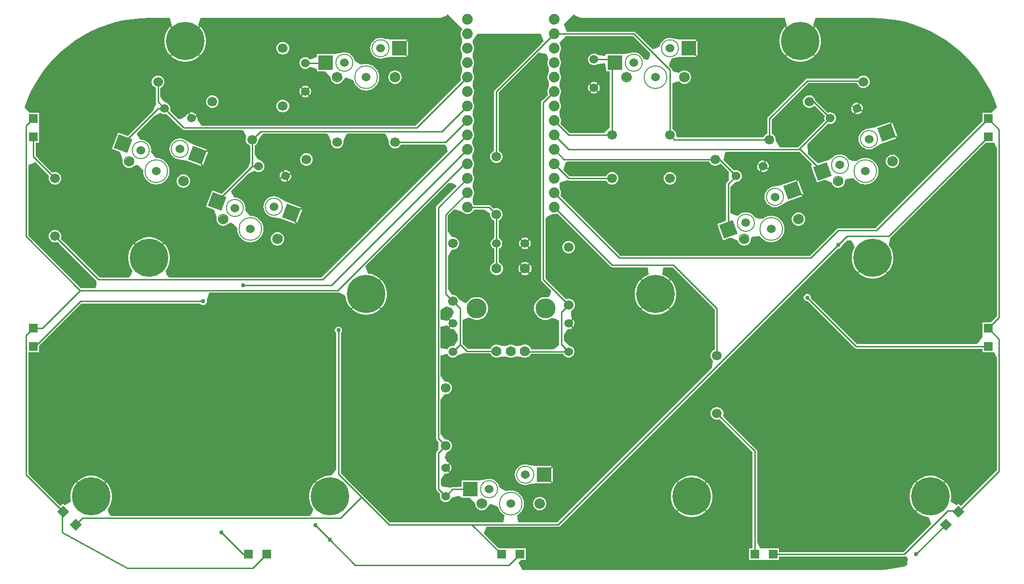
<source format=gbl>
G04*
G04 #@! TF.GenerationSoftware,Altium Limited,CircuitMaker,2.1.0 (2.1.0.4)*
G04*
G04 Layer_Physical_Order=2*
G04 Layer_Color=11436288*
%FSLAX25Y25*%
%MOIN*%
G70*
G04*
G04 #@! TF.SameCoordinates,28D2FB88-65ED-4333-9925-A9BECD5D763D*
G04*
G04*
G04 #@! TF.FilePolarity,Positive*
G04*
G01*
G75*
%ADD10C,0.01000*%
%ADD26R,0.05905X0.05905*%
%ADD29C,0.00500*%
%ADD30C,0.07400*%
%ADD31C,0.06693*%
G04:AMPARAMS|DCode=32|XSize=66.93mil|YSize=60mil|CornerRadius=0mil|HoleSize=0mil|Usage=FLASHONLY|Rotation=340.000|XOffset=0mil|YOffset=0mil|HoleType=Round|Shape=Round|*
%AMOVALD32*
21,1,0.00693,0.06000,0.00000,0.00000,340.0*
1,1,0.06000,-0.00326,0.00119*
1,1,0.06000,0.00326,-0.00119*
%
%ADD32OVALD32*%

%ADD33C,0.06000*%
%ADD34C,0.07000*%
%ADD35C,0.13780*%
%ADD36C,0.26500*%
%ADD37O,0.06693X0.06000*%
G04:AMPARAMS|DCode=38|XSize=66.93mil|YSize=60mil|CornerRadius=0mil|HoleSize=0mil|Usage=FLASHONLY|Rotation=20.000|XOffset=0mil|YOffset=0mil|HoleType=Round|Shape=Round|*
%AMOVALD38*
21,1,0.00693,0.06000,0.00000,0.00000,20.0*
1,1,0.06000,-0.00326,-0.00119*
1,1,0.06000,0.00326,0.00119*
%
%ADD38OVALD38*%

%ADD39C,0.03000*%
%ADD40P,0.08352X4X180.0*%
%ADD41R,0.05905X0.05905*%
%ADD42P,0.08352X4X90.0*%
%ADD43P,0.14142X4X385.0*%
%ADD44P,0.14142X4X65.0*%
%ADD45R,0.10000X0.10000*%
G36*
X310000Y390000D02*
X316677Y383323D01*
X316239Y382886D01*
X315620Y381814D01*
X315300Y380619D01*
Y379381D01*
X315508Y378607D01*
X315620Y378186D01*
X316239Y376353D01*
Y373647D01*
X315620Y371814D01*
X315508Y371393D01*
X315300Y370619D01*
Y369381D01*
X315508Y368607D01*
X315620Y368186D01*
X316239Y366353D01*
Y363647D01*
X315620Y361814D01*
X315508Y361393D01*
X315300Y360619D01*
Y359381D01*
X315508Y358607D01*
X315620Y358186D01*
X316239Y356353D01*
Y353647D01*
X315620Y351814D01*
X315508Y351393D01*
X315300Y350619D01*
X315300Y349381D01*
X315300Y349381D01*
X315620Y348186D01*
X315626Y347788D01*
X315450Y347613D01*
X284366Y316529D01*
X282228Y316529D01*
X179406D01*
X168649Y316529D01*
X167958D01*
X163161Y316529D01*
X139637D01*
X136662Y316529D01*
X135359Y317631D01*
X133962Y319644D01*
X133255Y321529D01*
X133280Y321810D01*
X133280Y321810D01*
X133097Y322847D01*
X133097Y322847D01*
X133086Y322871D01*
X129460Y321180D01*
X129249Y321634D01*
X128796Y321422D01*
X127105Y325047D01*
X127081Y325036D01*
X127081Y325036D01*
X126274Y324359D01*
X126274D01*
X125670Y323497D01*
X125453Y322899D01*
X122533Y321406D01*
X121666Y321063D01*
X121651Y321058D01*
X120366Y320914D01*
X118331Y322949D01*
X114639Y326641D01*
X114690Y327493D01*
X114782Y328542D01*
X114782Y328542D01*
X114767Y328629D01*
X114599Y329580D01*
X114154Y330534D01*
X113623Y331166D01*
X113477Y331341D01*
X113477Y331341D01*
X112614Y331945D01*
X112614Y331945D01*
X111249Y332765D01*
X109677Y333709D01*
X109677Y333709D01*
X107736Y336759D01*
X107736Y336759D01*
X107736Y338690D01*
Y342432D01*
X108311Y342947D01*
X108562Y343143D01*
X109438Y343879D01*
X110095Y344816D01*
X110486Y345892D01*
X110586Y347032D01*
X110387Y348159D01*
X109904Y349196D01*
X109168Y350073D01*
X108230Y350729D01*
X107155Y351120D01*
X106015Y351220D01*
X104888Y351022D01*
X104888Y351022D01*
X103851Y350538D01*
X102974Y349802D01*
X102317Y348865D01*
X102052Y348135D01*
X102043Y348111D01*
Y348111D01*
X101926Y347789D01*
X101926Y347789D01*
X101826Y346649D01*
X102025Y345522D01*
X102509Y344485D01*
X103139Y343733D01*
X103212Y343647D01*
X103244Y343608D01*
X103244Y343608D01*
X104182Y342952D01*
X104677Y342504D01*
Y337778D01*
Y335024D01*
X104677Y332911D01*
X104793Y332326D01*
X104793Y332326D01*
X105068Y331703D01*
X103801Y328894D01*
X102928Y326956D01*
X99682Y323710D01*
X90402Y314430D01*
X87909Y311936D01*
X85204Y309232D01*
X84031Y309659D01*
X78523Y311664D01*
X74418Y300388D01*
X79553Y298519D01*
X79575Y298496D01*
X80226Y297416D01*
X81725Y293041D01*
X81566Y291840D01*
X81725Y290640D01*
X82188Y289521D01*
X82925Y288560D01*
X83886Y287822D01*
X85005Y287359D01*
X86206Y287201D01*
X87407Y287359D01*
X88526Y287822D01*
X89487Y288560D01*
X89634Y288751D01*
X91694Y289244D01*
X93219Y288379D01*
X95939Y285844D01*
X95856Y285000D01*
X96032Y283216D01*
X96552Y281501D01*
X97397Y279920D01*
X98534Y278534D01*
X99920Y277397D01*
X101501Y276552D01*
X103216Y276032D01*
X105000Y275856D01*
X106784Y276032D01*
X108499Y276552D01*
X110080Y277397D01*
X111466Y278534D01*
X112603Y279920D01*
X113448Y281501D01*
X113968Y283216D01*
X114144Y285000D01*
X113968Y286784D01*
X113448Y288499D01*
X112603Y290080D01*
X111466Y291466D01*
X110080Y292603D01*
X108499Y293448D01*
X106784Y293968D01*
X105000Y294144D01*
X104431Y294515D01*
X101838Y297580D01*
X101429Y298651D01*
X101515Y299527D01*
X101377Y300930D01*
X100968Y302279D01*
X100303Y303522D01*
X99409Y304611D01*
X98319Y305506D01*
X97076Y306170D01*
X95727Y306579D01*
X94460Y306704D01*
X93993Y306790D01*
X92304Y309260D01*
X92140Y309500D01*
X91645Y311347D01*
X93902Y313604D01*
X100279Y319980D01*
X103462Y323164D01*
X106145Y324474D01*
X108025Y325392D01*
X108266Y325223D01*
X108888Y324788D01*
X109878Y324428D01*
X110927Y324336D01*
X110927Y324336D01*
X111964Y324519D01*
X112431Y324524D01*
X117155Y319800D01*
X120498Y316456D01*
X123036Y313919D01*
X123532Y313587D01*
X124117Y313471D01*
X126722D01*
X131681D01*
X133288Y313471D01*
X137969D01*
X161409D01*
X164676Y313471D01*
X165646Y312391D01*
X166055Y311529D01*
X167132Y309256D01*
X167174Y308471D01*
X166926Y307789D01*
X166826Y306649D01*
X167025Y305522D01*
X167509Y304485D01*
X168244Y303608D01*
X169182Y302952D01*
X169972Y302331D01*
Y296392D01*
Y292065D01*
X168604Y287632D01*
X167290Y286317D01*
X163997Y283025D01*
X155968Y274996D01*
X152665Y271693D01*
X150204Y269232D01*
X149031Y269659D01*
X143523Y271664D01*
X139418Y260387D01*
X144553Y258519D01*
X144575Y258496D01*
X145226Y257416D01*
X146724Y253041D01*
X146566Y251840D01*
X146724Y250640D01*
X147188Y249521D01*
X147925Y248560D01*
X148886Y247822D01*
X150005Y247359D01*
X151206Y247201D01*
X152407Y247359D01*
X153526Y247822D01*
X154487Y248560D01*
X154634Y248751D01*
X156694Y249243D01*
X158219Y248379D01*
X160939Y245845D01*
X160856Y245000D01*
X161032Y243216D01*
X161552Y241501D01*
X162397Y239920D01*
X163534Y238534D01*
X164920Y237397D01*
X166501Y236552D01*
X168216Y236032D01*
X170000Y235856D01*
X171784Y236032D01*
X173499Y236552D01*
X175080Y237397D01*
X176466Y238534D01*
X177603Y239920D01*
X178448Y241501D01*
X178968Y243216D01*
X179144Y245000D01*
X178968Y246784D01*
X178448Y248499D01*
X177603Y250080D01*
X176466Y251466D01*
X175080Y252603D01*
X173499Y253448D01*
X171784Y253968D01*
X170000Y254144D01*
X169431Y254516D01*
X166838Y257580D01*
X166429Y258651D01*
X166515Y259527D01*
X166377Y260930D01*
X165968Y262279D01*
X165303Y263522D01*
X164409Y264611D01*
X163319Y265506D01*
X162076Y266170D01*
X160728Y266579D01*
X159460Y266704D01*
X158993Y266790D01*
X157304Y269260D01*
X157140Y269500D01*
X156903Y270383D01*
X156697Y271399D01*
X160038Y274740D01*
X164075Y278777D01*
X168462Y283164D01*
X173025Y285392D01*
X173266Y285223D01*
X173888Y284788D01*
X174878Y284427D01*
X174878Y284427D01*
X175927Y284336D01*
X175927Y284336D01*
X176964Y284519D01*
X176964Y284519D01*
X176964Y284519D01*
X177919Y284964D01*
X178658Y285584D01*
X178726Y285641D01*
Y285641D01*
X179279Y286432D01*
X179330Y286504D01*
X179330Y286504D01*
X179690Y287493D01*
X179782Y288542D01*
X179782Y288542D01*
X179766Y288629D01*
X179599Y289580D01*
X179154Y290534D01*
Y290534D01*
X178477Y291341D01*
X178477Y291341D01*
X178405Y291391D01*
X177614Y291945D01*
X176412Y292618D01*
X174972Y293424D01*
X174971Y293425D01*
X173031Y296772D01*
X173031Y296772D01*
X173031Y302649D01*
X173562Y303143D01*
X174438Y303879D01*
X174438Y303879D01*
X174458Y303906D01*
X175095Y304816D01*
X175486Y305892D01*
X175586Y307032D01*
X178471Y310291D01*
X179454Y310971D01*
X179638D01*
X222890D01*
X223705Y310229D01*
X223947Y309847D01*
X225760Y305971D01*
X225654Y305572D01*
Y304428D01*
X225950Y303322D01*
X226522Y302331D01*
X227331Y301522D01*
X228322Y300950D01*
X229428Y300654D01*
X230572D01*
X231678Y300950D01*
X232669Y301522D01*
X233478Y302331D01*
X234050Y303322D01*
X234347Y304428D01*
Y305572D01*
X234240Y305971D01*
X236053Y309847D01*
X236295Y310229D01*
X237110Y310971D01*
X262890D01*
X263705Y310229D01*
X263947Y309847D01*
X265760Y305971D01*
X265653Y305572D01*
Y304428D01*
X265950Y303322D01*
X266522Y302331D01*
X267331Y301522D01*
X268322Y300950D01*
X269428Y300654D01*
X270572D01*
X271678Y300950D01*
X272669Y301522D01*
X273090Y301943D01*
X273478Y302331D01*
X273478Y302331D01*
X274050Y303322D01*
X274206Y303471D01*
X274433D01*
X303614D01*
X304237D01*
X305572Y301655D01*
X306510Y298673D01*
X219809Y211972D01*
X219317Y211480D01*
X218607D01*
X165332Y211480D01*
X113704Y211480D01*
X112165Y213779D01*
X111424Y216480D01*
X112188Y217531D01*
X113206Y219530D01*
X113899Y221663D01*
X114250Y223879D01*
Y226121D01*
X113899Y228337D01*
X113206Y230470D01*
X112188Y232469D01*
X110869Y234283D01*
X110430Y234723D01*
X100354Y224646D01*
X100000Y225000D01*
X99647Y224646D01*
X89570Y234723D01*
X89131Y234283D01*
X87812Y232469D01*
X86794Y230470D01*
X86101Y228337D01*
X85750Y226121D01*
Y223879D01*
X86101Y221663D01*
X86794Y219530D01*
X87812Y217531D01*
X88576Y216480D01*
X87835Y213779D01*
X86296Y211480D01*
X67793D01*
X66365Y211480D01*
X66358Y211480D01*
X65683Y211480D01*
X63858Y213305D01*
X40133Y237030D01*
X39055Y238108D01*
X39054Y238182D01*
X39346Y239424D01*
X39346Y239428D01*
X39347Y239428D01*
X39346Y239928D01*
Y240572D01*
X39050Y241678D01*
X38478Y242669D01*
X37669Y243478D01*
X36678Y244050D01*
X35572Y244346D01*
X34428D01*
X33322Y244050D01*
X32331Y243478D01*
X31522Y242669D01*
X30950Y241678D01*
X30654Y240572D01*
Y239428D01*
X30950Y238322D01*
X31522Y237331D01*
X32331Y236522D01*
X33322Y235950D01*
X34428Y235653D01*
X35572Y235653D01*
X35572Y235653D01*
X35576Y235654D01*
X36818Y235946D01*
X36892Y235945D01*
X37964Y234873D01*
X61643Y211194D01*
X63808Y209029D01*
X63684Y206294D01*
X62897Y204029D01*
X53900D01*
X53133D01*
X52417Y204746D01*
X17025Y240138D01*
X16529Y240634D01*
Y241322D01*
Y289237D01*
X19588Y290504D01*
X21529Y291308D01*
X22695Y290142D01*
X30945Y281892D01*
X30946Y281818D01*
X30654Y280576D01*
X30654Y280572D01*
X30654Y280572D01*
X30654Y280072D01*
Y279428D01*
X30950Y278322D01*
X31522Y277331D01*
X32331Y276522D01*
X33322Y275950D01*
X34428Y275654D01*
X35572D01*
X36678Y275950D01*
X37669Y276522D01*
X38478Y277331D01*
X39050Y278322D01*
X39346Y279428D01*
Y280572D01*
X39050Y281678D01*
X38478Y282669D01*
X37669Y283478D01*
X36678Y284050D01*
X35572Y284347D01*
X34428Y284347D01*
X34428Y284347D01*
X34424Y284346D01*
X33182Y284054D01*
X33108Y284055D01*
X24071Y293091D01*
X21529Y295634D01*
X21529Y296308D01*
Y304748D01*
X23953D01*
Y312653D01*
X23953Y312653D01*
Y317347D01*
X23953D01*
X23953Y317653D01*
Y325252D01*
X17843D01*
X14089Y328992D01*
X13868Y329349D01*
X15928Y334824D01*
X18386Y340248D01*
X21193Y345499D01*
X24337Y350556D01*
X27806Y355396D01*
X31583Y359999D01*
X35654Y364346D01*
X40000Y368416D01*
X44603Y372194D01*
X49444Y375662D01*
X54501Y378807D01*
X59752Y381614D01*
X65176Y384072D01*
X70749Y386169D01*
X76448Y387898D01*
X82247Y389250D01*
X88122Y390220D01*
X94048Y390804D01*
X95050Y390837D01*
X100000Y390956D01*
Y390956D01*
X100002Y390956D01*
X114212D01*
X115837Y385956D01*
X115717Y385869D01*
X115277Y385430D01*
X125000Y375707D01*
X134723Y385430D01*
X134283Y385869D01*
X134163Y385956D01*
X135788Y390956D01*
X300000D01*
X301764Y391130D01*
X303461Y391645D01*
X305024Y392481D01*
X306395Y393605D01*
X310000Y390000D01*
D02*
G37*
G36*
X433670Y378471D02*
X434367D01*
X434849Y377988D01*
X446051Y366786D01*
X446200Y365269D01*
X444849Y361922D01*
X441704Y362551D01*
X441643Y362752D01*
X440978Y363995D01*
X440084Y365084D01*
X438995Y365978D01*
X437751Y366643D01*
X436403Y367052D01*
X435000Y367190D01*
X433597Y367052D01*
X432680Y366774D01*
X428000Y366000D01*
X428000Y366000D01*
X416000D01*
Y366000D01*
X414913Y364943D01*
X414680Y364877D01*
X409956Y365543D01*
X409949Y365548D01*
X409120Y366026D01*
X409044Y366070D01*
X409044Y366070D01*
X408027Y366343D01*
X408027Y366343D01*
X406974Y366343D01*
X406973Y366343D01*
X406973Y366343D01*
X406888Y366320D01*
X405956Y366070D01*
X405956Y366070D01*
X405044Y365543D01*
X405044D01*
X404982Y365481D01*
X404299Y364799D01*
X404299Y364799D01*
X403773Y363887D01*
X403773Y363886D01*
X403500Y362869D01*
X403500Y362869D01*
X403500Y362781D01*
X403500Y361904D01*
X403500Y361816D01*
X403523Y361731D01*
X403773Y360799D01*
X403773Y360799D01*
X404299Y359887D01*
X404299Y359887D01*
X404982Y359204D01*
X405044Y359142D01*
X405956Y358615D01*
X405956D01*
X406973Y358343D01*
X406973Y358343D01*
X406974Y358343D01*
X407061Y358343D01*
X408027D01*
X408027Y358343D01*
X408111Y358365D01*
X409044Y358615D01*
X409044Y358615D01*
X409949Y359138D01*
X409956Y359142D01*
X414680Y359809D01*
X414913Y359742D01*
X416000Y355192D01*
Y354000D01*
X418471D01*
Y315421D01*
X414708Y311529D01*
X391333D01*
X390634D01*
X390131Y312032D01*
X384374Y317788D01*
X384380Y318186D01*
X384700Y319381D01*
X384700Y319381D01*
X384700Y319678D01*
Y320619D01*
X384492Y321393D01*
X384380Y321814D01*
X383761Y323647D01*
Y326353D01*
X384380Y328186D01*
X384492Y328607D01*
X384700Y329381D01*
Y330619D01*
X384492Y331393D01*
X384380Y331814D01*
X383761Y333647D01*
Y336353D01*
X384380Y338186D01*
X384492Y338607D01*
X384700Y339381D01*
Y340619D01*
X384492Y341393D01*
X384380Y341814D01*
X383761Y343647D01*
Y346353D01*
X384380Y348186D01*
X384492Y348607D01*
X384700Y349381D01*
Y350619D01*
X384492Y351393D01*
X384380Y351814D01*
X383761Y353647D01*
Y356353D01*
X384380Y358186D01*
X384492Y358607D01*
X384700Y359381D01*
Y360619D01*
X384492Y361393D01*
X384380Y361814D01*
X383761Y363647D01*
Y366353D01*
X384380Y368186D01*
X384492Y368607D01*
X384700Y369381D01*
Y370619D01*
X384492Y371393D01*
X384380Y371814D01*
X383761Y373647D01*
Y373944D01*
X387884Y378471D01*
X433670D01*
D02*
G37*
G36*
X394976Y392481D02*
X396539Y391645D01*
X398236Y391130D01*
X400000Y390956D01*
X539212D01*
X540837Y385956D01*
X540717Y385869D01*
X540277Y385430D01*
X550000Y375707D01*
X559723Y385430D01*
X559283Y385869D01*
X559163Y385956D01*
X560788Y390956D01*
X600000D01*
X600000Y390956D01*
X600000Y390956D01*
X604950Y390837D01*
X605952Y390804D01*
X611878Y390220D01*
X617753Y389250D01*
X623553Y387898D01*
X629251Y386170D01*
X634824Y384072D01*
X640248Y381614D01*
X645500Y378807D01*
X650556Y375663D01*
X655397Y372194D01*
X660000Y368417D01*
X664346Y364346D01*
X668417Y360000D01*
X672194Y355397D01*
X675663Y350556D01*
X678807Y345500D01*
X681614Y340248D01*
X684072Y334824D01*
X686132Y329349D01*
X685912Y328994D01*
X682158Y325252D01*
X676047D01*
Y321451D01*
X676047Y319509D01*
X675499Y318961D01*
X602559Y246021D01*
X602067Y245529D01*
X593783D01*
X577844D01*
X576500D01*
X575915Y245413D01*
X575419Y245081D01*
X574467Y244130D01*
X557366Y227028D01*
X556867Y226529D01*
X556173D01*
X426327D01*
X425633D01*
X425141Y227022D01*
X384550Y267613D01*
X384374Y267788D01*
X384380Y268186D01*
X384700Y269381D01*
X384700Y269381D01*
X384700Y269678D01*
Y270619D01*
X384492Y271393D01*
X384380Y271814D01*
X383761Y273647D01*
Y276353D01*
X384052Y277216D01*
X387545Y278438D01*
X389409Y278587D01*
X389465Y278577D01*
X390000Y278471D01*
X393431D01*
X414409D01*
X415794D01*
X415848Y278419D01*
X416520Y277334D01*
X416522Y277331D01*
X416522Y277331D01*
X417331Y276522D01*
X418322Y275950D01*
X419428Y275654D01*
X420572D01*
X421678Y275950D01*
X422669Y276522D01*
X423478Y277331D01*
X424050Y278322D01*
X424346Y279428D01*
Y280572D01*
X424050Y281678D01*
X423478Y282669D01*
X422669Y283478D01*
X421678Y284050D01*
X420572Y284347D01*
X419428D01*
X418322Y284050D01*
X417331Y283478D01*
X416910Y283056D01*
X416522Y282669D01*
X416522Y282669D01*
X416520Y282666D01*
X415848Y281581D01*
X415794Y281529D01*
X414525D01*
X393390D01*
X390634Y281529D01*
X388623Y283540D01*
X386505Y285658D01*
X387618Y290885D01*
X388766Y291477D01*
X389492Y291630D01*
X486573D01*
X486870D01*
X487317Y291135D01*
X487974Y290198D01*
X487974Y290198D01*
X487974Y290198D01*
X488099Y290093D01*
X488851Y289462D01*
X489888Y288979D01*
X491015Y288780D01*
X492155Y288879D01*
X492155Y288879D01*
X493230Y289271D01*
X493618Y289542D01*
X494279Y289932D01*
X495247Y289974D01*
X500767Y284454D01*
X500759Y281875D01*
X500748Y278794D01*
X499187Y277232D01*
X498855Y276736D01*
X498739Y276151D01*
Y272339D01*
Y256797D01*
X498739Y253809D01*
Y250649D01*
X497453Y250181D01*
X492578Y248407D01*
X496682Y237130D01*
X501625Y238929D01*
X502743Y238755D01*
X506725Y236959D01*
X507188Y235840D01*
X507925Y234879D01*
X508886Y234141D01*
X509980Y233688D01*
X510005Y233678D01*
X510005Y233678D01*
X511206Y233520D01*
X512407Y233678D01*
X513526Y234141D01*
X514469Y234865D01*
X514487Y234879D01*
X514487Y234879D01*
X514487Y234879D01*
X515224Y235840D01*
X515688Y236959D01*
X515846Y238160D01*
X515834Y238250D01*
X517081Y239767D01*
X522031Y239909D01*
X522430Y239880D01*
X523534Y238534D01*
X524920Y237397D01*
X526501Y236552D01*
X528216Y236032D01*
X530000Y235856D01*
X531784Y236032D01*
X533499Y236552D01*
X535080Y237397D01*
X536466Y238534D01*
X537603Y239920D01*
X538448Y241501D01*
X538968Y243216D01*
X539144Y245000D01*
X538968Y246784D01*
X538448Y248499D01*
X537603Y250080D01*
X536466Y251466D01*
X535080Y252603D01*
X533499Y253448D01*
X531784Y253968D01*
X530000Y254144D01*
X528216Y253968D01*
X526501Y253448D01*
X524920Y252603D01*
X524320Y252111D01*
X521772Y252065D01*
X518509Y253175D01*
X518463Y253261D01*
X517569Y254351D01*
X516479Y255245D01*
X515236Y255909D01*
X513887Y256319D01*
X512484Y256457D01*
X511082Y256319D01*
X509733Y255909D01*
X508490Y255245D01*
X507990Y254835D01*
X506315Y253893D01*
X503739Y255073D01*
X501798Y255963D01*
X501798Y258280D01*
Y271361D01*
X501798Y273738D01*
X502387Y274607D01*
X505052Y277111D01*
X505052D01*
X505575Y277603D01*
X505965Y277637D01*
X506624Y277695D01*
X506624Y277695D01*
X507614Y278055D01*
X508405Y278609D01*
X508477Y278659D01*
Y278659D01*
X509154Y279466D01*
Y279466D01*
X509599Y280420D01*
X509782Y281458D01*
X509782Y281458D01*
X509774Y281545D01*
X509690Y282507D01*
X509330Y283497D01*
X509330Y283497D01*
X508726Y284359D01*
Y284359D01*
X507919Y285036D01*
X507919Y285036D01*
X506964Y285481D01*
X506027Y285647D01*
X505927Y285664D01*
X505927Y285664D01*
X505927Y285664D01*
X505289Y285609D01*
X504878Y285573D01*
X504026Y285522D01*
X502564Y286983D01*
X497964Y291583D01*
X497052Y292496D01*
X497341Y294107D01*
X497984Y297681D01*
X498897Y298471D01*
X525896D01*
X527467D01*
X532434D01*
X537226Y298471D01*
X546041D01*
X549443Y298471D01*
X549857Y298068D01*
X552326Y295600D01*
X556690Y291236D01*
X557930Y289996D01*
X557578Y288406D01*
X558038Y287142D01*
X558038D01*
X561682Y277130D01*
X566625Y278929D01*
X567743Y278755D01*
X571725Y276959D01*
X572188Y275840D01*
X572925Y274879D01*
X573886Y274142D01*
X574980Y273689D01*
X575005Y273678D01*
X575005Y273678D01*
X576206Y273520D01*
X577407Y273678D01*
X578526Y274142D01*
X579469Y274865D01*
X579487Y274879D01*
X579487Y274879D01*
X579487Y274879D01*
X580224Y275840D01*
X580688Y276959D01*
X580846Y278160D01*
X580834Y278250D01*
X582081Y279767D01*
X587031Y279909D01*
X587430Y279880D01*
X588534Y278534D01*
X589920Y277397D01*
X591501Y276552D01*
X593216Y276032D01*
X595000Y275856D01*
X596784Y276032D01*
X598499Y276552D01*
X600080Y277397D01*
X601466Y278534D01*
X602603Y279920D01*
X603448Y281501D01*
X603968Y283216D01*
X604144Y285000D01*
X603968Y286784D01*
X603448Y288499D01*
X602603Y290080D01*
X601466Y291466D01*
X600080Y292603D01*
X598499Y293448D01*
X596784Y293968D01*
X595000Y294144D01*
X593216Y293968D01*
X591501Y293448D01*
X589920Y292603D01*
X589320Y292111D01*
X586772Y292065D01*
X583509Y293175D01*
X583463Y293261D01*
X582569Y294351D01*
X581479Y295245D01*
X580236Y295909D01*
X578887Y296319D01*
X577484Y296457D01*
X576082Y296319D01*
X574733Y295909D01*
X573490Y295245D01*
X572990Y294835D01*
X568854Y292511D01*
X568854Y292511D01*
X567499Y292018D01*
X562801Y290307D01*
X560190Y292063D01*
X558913Y293339D01*
X555302Y296950D01*
X555219Y299778D01*
D01*
X555178Y301153D01*
D01*
X555100Y303820D01*
X568042Y316761D01*
X569071Y317791D01*
X569538Y317786D01*
X570575Y317603D01*
X570575Y317603D01*
X570965Y317637D01*
X571624Y317695D01*
X571624Y317695D01*
X572614Y318055D01*
X573405Y318609D01*
X573477Y318659D01*
Y318659D01*
X574154Y319466D01*
X574154Y319466D01*
X574154Y319466D01*
X574599Y320420D01*
X574782Y321458D01*
X574782Y321458D01*
X574774Y321545D01*
X574690Y322507D01*
X574690Y322507D01*
X574330Y323497D01*
X574330Y323497D01*
X573726Y324359D01*
Y324359D01*
X572919Y325036D01*
X572919Y325036D01*
X571964Y325481D01*
X571027Y325647D01*
X570927Y325664D01*
X570927Y325664D01*
X569878Y325572D01*
X569026Y325522D01*
X563408Y331139D01*
X560492Y334056D01*
X560486Y334108D01*
X560486Y334108D01*
X560095Y335184D01*
X560095Y335184D01*
X560095Y335184D01*
X559438Y336121D01*
X558562Y336857D01*
X557524Y337341D01*
X556397Y337539D01*
X556397Y337539D01*
X556058Y337510D01*
X555257Y337440D01*
X554182Y337048D01*
X553244Y336392D01*
X552509Y335515D01*
X552509Y335515D01*
X552364Y335205D01*
X552025Y334478D01*
X551826Y333351D01*
X551926Y332211D01*
X552317Y331135D01*
X552974Y330198D01*
X553851Y329462D01*
X554888Y328978D01*
X556015Y328780D01*
X557155Y328879D01*
X558230Y329271D01*
X558618Y329542D01*
X559279Y329932D01*
X560247Y329975D01*
X561538Y328684D01*
X566909Y323313D01*
X566903Y322847D01*
X566738Y321910D01*
X566738Y321909D01*
X566720Y321810D01*
X566812Y320760D01*
X566863Y319908D01*
X566002Y319048D01*
X553593Y306639D01*
X550117Y303163D01*
X548484Y301529D01*
X545907Y301529D01*
X538682D01*
X536403Y301529D01*
X535669Y302084D01*
X535446Y302369D01*
X534839Y303471D01*
X533153Y306529D01*
X533174Y306649D01*
X533074Y307789D01*
X532683Y308865D01*
X532026Y309802D01*
X531149Y310538D01*
X530899Y310734D01*
X530323Y311249D01*
Y318537D01*
X530323Y320660D01*
X532213Y322550D01*
X553773Y344110D01*
X555633Y345971D01*
X558300Y345971D01*
X587853D01*
X589139D01*
X589768Y345064D01*
X589905Y344816D01*
X590562Y343879D01*
X591438Y343143D01*
X592476Y342659D01*
X593603Y342461D01*
X594743Y342560D01*
X595818Y342952D01*
X596756Y343608D01*
X597491Y344485D01*
X597975Y345522D01*
X598174Y346649D01*
X598074Y347789D01*
X597683Y348865D01*
X597026Y349802D01*
X596149Y350538D01*
X595112Y351022D01*
X593985Y351220D01*
X592845Y351120D01*
X591770Y350729D01*
X590832Y350073D01*
X590832Y350073D01*
X590097Y349196D01*
X589914Y349029D01*
X588097D01*
X558470D01*
X555000Y349029D01*
X554415Y348913D01*
X553919Y348581D01*
X551465Y346128D01*
X530170Y324833D01*
X527712Y322375D01*
X527381Y321879D01*
X527264Y321294D01*
Y318200D01*
Y311177D01*
X526770Y310729D01*
X525832Y310073D01*
X525832Y310073D01*
X525800Y310034D01*
X525097Y309196D01*
X524450Y308370D01*
X524209D01*
X465158D01*
X464347Y309428D01*
X464347Y310572D01*
X464050Y311678D01*
X463478Y312669D01*
X463057Y313090D01*
X462669Y313478D01*
X462669Y313478D01*
X461678Y314050D01*
X461529Y314206D01*
Y314433D01*
X461529Y345600D01*
X463865Y346691D01*
X466529Y346967D01*
X466719Y346719D01*
X467680Y345982D01*
X468799Y345518D01*
X470000Y345360D01*
X471201Y345518D01*
X472320Y345982D01*
X473281Y346719D01*
X474018Y347680D01*
X474482Y348799D01*
X474640Y350000D01*
X474482Y351201D01*
X474018Y352320D01*
X473281Y353281D01*
X472320Y354018D01*
X471201Y354482D01*
X470000Y354640D01*
X468799Y354482D01*
X467680Y354018D01*
X466719Y353281D01*
X466529Y353033D01*
X463865Y353309D01*
X461529Y354400D01*
Y355000D01*
X461413Y355585D01*
X461081Y356081D01*
X459309Y357854D01*
X459571Y359729D01*
X461296Y362938D01*
X461403Y362948D01*
X462320Y363226D01*
X467000Y364000D01*
X467000Y364000D01*
X478293D01*
X472647Y369647D01*
X473000Y370000D01*
X472647Y370354D01*
X478293Y376000D01*
X467000D01*
Y376000D01*
X462320Y376774D01*
X461403Y377052D01*
X460000Y377190D01*
X458597Y377052D01*
X457248Y376643D01*
X456005Y375978D01*
X454916Y375084D01*
X454022Y373995D01*
X453357Y372751D01*
X452948Y371403D01*
X452938Y371296D01*
X449729Y369570D01*
X447854Y369309D01*
X437178Y379985D01*
X436082Y381081D01*
X435585Y381413D01*
X435000Y381529D01*
X433601D01*
X388600D01*
X386529Y386529D01*
X390000Y390000D01*
X393605Y393605D01*
X394976Y392481D01*
D02*
G37*
G36*
X382394Y255443D02*
X417929Y219908D01*
X418919Y218919D01*
X419415Y218587D01*
X420000Y218471D01*
X421373D01*
X444552D01*
X445344Y213471D01*
X444530Y213206D01*
X442531Y212188D01*
X440717Y210869D01*
X440277Y210430D01*
X450000Y200707D01*
X459723Y210430D01*
X459283Y210869D01*
X457469Y212188D01*
X455470Y213206D01*
X454656Y213471D01*
X455448Y218471D01*
X461867D01*
X462357Y217980D01*
X490480Y189857D01*
X490971Y189366D01*
Y188667D01*
Y162007D01*
Y161706D01*
X490822Y161550D01*
X489831Y160978D01*
X489831Y160978D01*
X489022Y160169D01*
X488450Y159178D01*
X488154Y158072D01*
Y156928D01*
X488450Y155822D01*
X489022Y154831D01*
X489831Y154022D01*
X489145Y149134D01*
X489079Y148965D01*
X382678Y42564D01*
X382189Y42075D01*
X381479D01*
X355326D01*
X355095Y42641D01*
X354478Y47075D01*
X355080Y47397D01*
X356466Y48534D01*
X357603Y49920D01*
X358448Y51501D01*
X358968Y53216D01*
X359144Y55000D01*
X358968Y56784D01*
X358448Y58499D01*
X357603Y60080D01*
X356466Y61466D01*
X355080Y62603D01*
X353499Y63448D01*
X351784Y63968D01*
X350000Y64144D01*
X348216Y63968D01*
X347079Y63623D01*
X345611Y64037D01*
X342068Y66382D01*
X342052Y66403D01*
X341643Y67751D01*
X340978Y68995D01*
X340084Y70084D01*
X338995Y70978D01*
X337752Y71643D01*
X336403Y72052D01*
X335000Y72190D01*
X333597Y72052D01*
X332680Y71774D01*
X328000Y71000D01*
X328000Y71000D01*
X316000D01*
Y66788D01*
X311000Y66529D01*
X309843D01*
X309257Y66413D01*
X308761Y66081D01*
X302731Y66568D01*
X301597Y68135D01*
X301529Y68290D01*
Y71710D01*
X301597Y71865D01*
X304473Y75843D01*
X305527D01*
X306544Y76115D01*
X307456Y76642D01*
X307475Y76661D01*
X304646Y79489D01*
X305000Y79843D01*
X304646Y80196D01*
X307475Y83025D01*
X307456Y83043D01*
X306544Y83570D01*
X306025Y83709D01*
X304255Y87096D01*
X306165Y90812D01*
X306678Y90950D01*
X307669Y91522D01*
X308478Y92331D01*
X309050Y93322D01*
X309347Y94428D01*
Y95572D01*
X309050Y96678D01*
X308478Y97669D01*
X307669Y98478D01*
X306678Y99050D01*
X305572Y99347D01*
X304428Y99347D01*
X301457Y103288D01*
X301384Y103454D01*
Y126546D01*
X301457Y126711D01*
X304428Y130654D01*
X305572D01*
X306678Y130950D01*
X307669Y131522D01*
X308478Y132331D01*
X309050Y133322D01*
X309347Y134428D01*
Y135572D01*
X309050Y136678D01*
X308478Y137669D01*
X307669Y138478D01*
X306678Y139050D01*
X305572Y139347D01*
X304428D01*
X301457Y143289D01*
X301384Y143454D01*
Y157541D01*
X306273Y158613D01*
X306799Y157701D01*
X307482Y157019D01*
X307544Y156957D01*
X307544D01*
X308456Y156430D01*
X308456Y156430D01*
X309473Y156157D01*
X309473Y156157D01*
X310527D01*
X311544Y156430D01*
X312380Y156913D01*
X312456Y156957D01*
X312456Y156957D01*
Y156957D01*
X313201Y157701D01*
X313201Y157701D01*
X313209Y157715D01*
X317671Y159213D01*
X318282Y159281D01*
X318836Y159236D01*
X319100Y159060D01*
X319685Y158943D01*
X321042D01*
X335753D01*
X335964Y158736D01*
X336557Y157709D01*
X336557Y157709D01*
X337394Y156871D01*
X338421Y156279D01*
X339565Y155972D01*
X340750D01*
X341511Y156176D01*
X341894Y156279D01*
X343760Y156871D01*
X346397D01*
X348263Y156279D01*
X348647Y156176D01*
X349408Y155972D01*
X350592D01*
X351353Y156176D01*
X351737Y156279D01*
X353603Y156871D01*
X356240D01*
X358106Y156279D01*
X358489Y156176D01*
X359250Y155972D01*
X360435D01*
X361579Y156279D01*
X362606Y156871D01*
X363443Y157709D01*
X364014Y158628D01*
X364569D01*
X386230D01*
X386799Y157701D01*
X387482Y157019D01*
X387544Y156957D01*
X387544Y156957D01*
X387544Y156957D01*
X388456Y156430D01*
X389473Y156157D01*
X389473Y156157D01*
X390527Y156157D01*
Y156157D01*
X390527Y156157D01*
X390612Y156180D01*
X391544Y156430D01*
X391544Y156430D01*
X392456Y156957D01*
X392456D01*
X393201Y157701D01*
X393201Y157701D01*
X393201Y157701D01*
X393727Y158613D01*
X393727Y158613D01*
X393750Y158698D01*
X394000Y159631D01*
X394000Y159631D01*
X394000Y159719D01*
X394000Y159719D01*
Y160413D01*
X394000Y160684D01*
X394000Y160684D01*
X393727Y161701D01*
X393727Y161701D01*
X393201Y162613D01*
X393201Y162613D01*
X392456Y163358D01*
X392456Y163358D01*
X391544Y163885D01*
X390527Y164157D01*
X390527Y164157D01*
X386964Y167628D01*
X386597Y168135D01*
X386529Y168290D01*
Y171710D01*
X386597Y171865D01*
X389473Y175843D01*
X390527Y175843D01*
X390527Y175843D01*
X391544Y176115D01*
X391544Y176115D01*
X392456Y176642D01*
X392475Y176661D01*
X389647Y179489D01*
X390000Y179843D01*
X389647Y180196D01*
X392475Y183025D01*
X392456Y183043D01*
X392456Y183043D01*
X391937Y183343D01*
X391592Y185337D01*
X391632Y186794D01*
X391986Y188628D01*
X392669Y189022D01*
X393478Y189831D01*
X394050Y190822D01*
X394346Y191928D01*
Y193072D01*
X394050Y194178D01*
X393478Y195169D01*
X392669Y195978D01*
X391678Y196550D01*
X390572Y196846D01*
X389428Y196846D01*
X389428Y196846D01*
X388322Y196550D01*
X388108Y196555D01*
X374525Y210138D01*
X374029Y210633D01*
Y211327D01*
Y252517D01*
X374340Y252891D01*
X375415Y253654D01*
X379029Y255394D01*
X379381Y255300D01*
X380619Y255300D01*
X380619Y255300D01*
X381814Y255620D01*
X382212Y255626D01*
X382394Y255443D01*
D02*
G37*
G36*
X683953Y304748D02*
X685971Y300584D01*
Y185126D01*
Y184433D01*
X681790Y180252D01*
X679849Y180252D01*
X676047D01*
Y172653D01*
X676047Y172346D01*
Y170230D01*
X673602Y167171D01*
Y167171D01*
X672164Y165371D01*
X671924Y165230D01*
X592042D01*
X589433Y165230D01*
X587550Y167113D01*
X559158Y195505D01*
X557500Y197163D01*
Y197997D01*
X557119Y198916D01*
X556416Y199619D01*
X555497Y200000D01*
X554503D01*
X553584Y199619D01*
X552881Y198916D01*
X552500Y197997D01*
X552500Y197003D01*
X552500Y197003D01*
X552881Y196084D01*
X552881Y196084D01*
X553584Y195381D01*
X554503Y195000D01*
X555337D01*
X557008Y193330D01*
X585295Y165042D01*
X587718Y162619D01*
X588214Y162288D01*
X588799Y162171D01*
X592298D01*
X668725D01*
X675928D01*
Y162171D01*
X676047D01*
X676047Y159748D01*
X680971D01*
X683953Y159748D01*
X685971Y155584D01*
X685971Y79355D01*
X685971Y78146D01*
X685570Y77733D01*
X661168Y53331D01*
X659454Y55044D01*
X658234Y53824D01*
X653868Y56499D01*
X653856Y56529D01*
X653899Y56663D01*
X654250Y58878D01*
Y61121D01*
X653899Y63337D01*
X653206Y65470D01*
X652188Y67469D01*
X650869Y69283D01*
X650430Y69723D01*
X640353Y59646D01*
X630277Y49570D01*
X630717Y49131D01*
X632531Y47812D01*
X634530Y46794D01*
X636663Y46101D01*
X638566Y45800D01*
X639151Y44952D01*
X640587Y40750D01*
X627144Y27307D01*
X623608Y23771D01*
X621367Y21529D01*
X618702Y21529D01*
X535252D01*
Y23953D01*
X527654D01*
X527347Y23953D01*
X522654D01*
X522171Y24773D01*
D01*
X520230Y28076D01*
Y87901D01*
X520230Y91299D01*
X520114Y91884D01*
X519782Y92381D01*
X517372Y94791D01*
X497656Y114507D01*
X496555Y115608D01*
X496554Y115682D01*
X496846Y116925D01*
X496846Y116928D01*
X496846Y116928D01*
X496846Y117428D01*
Y118072D01*
X496550Y119178D01*
X495978Y120169D01*
X495169Y120978D01*
X494178Y121550D01*
X493072Y121846D01*
X491928D01*
X490822Y121550D01*
X489831Y120978D01*
X489022Y120169D01*
X488450Y119178D01*
X488154Y118072D01*
Y116928D01*
X488450Y115822D01*
X489022Y114831D01*
X489831Y114022D01*
X490822Y113450D01*
X491928Y113154D01*
X493072Y113154D01*
X493072Y113154D01*
X493076Y113154D01*
X494318Y113446D01*
X494392Y113445D01*
X495465Y112372D01*
X515314Y92523D01*
X517171Y90666D01*
X517171Y87967D01*
Y30831D01*
Y23953D01*
X514748D01*
Y16047D01*
X522346D01*
X522653Y16047D01*
X527347D01*
X527654Y16047D01*
X535252D01*
X535252Y18471D01*
X618552D01*
X622000Y18471D01*
X622585Y18587D01*
X624490Y17254D01*
X623981Y13143D01*
X622654Y11892D01*
X617754Y10750D01*
X611878Y9780D01*
X605952Y9196D01*
X600322Y9012D01*
X600000Y9044D01*
X357993D01*
X355209Y14043D01*
X355619Y14705D01*
X357035Y16047D01*
X360252D01*
Y23953D01*
X352654D01*
X352346Y23953D01*
X347654D01*
X347346Y23953D01*
X343852D01*
X341911Y23953D01*
X341401Y24463D01*
X331467Y34397D01*
X333380Y39016D01*
X381477D01*
X382823D01*
X383408Y39133D01*
X383904Y39464D01*
X384927Y40487D01*
X496937Y152497D01*
X575514Y231074D01*
X575940Y231500D01*
X576882Y231500D01*
X576882Y231500D01*
X577801Y231881D01*
X577801Y231881D01*
X577801Y231881D01*
X578504Y232584D01*
X578885Y233503D01*
X578885Y233503D01*
Y233595D01*
X582689Y237223D01*
X585453Y237024D01*
X586922Y234188D01*
X587621Y232094D01*
X586794Y230470D01*
X586101Y228337D01*
X585750Y226121D01*
Y223879D01*
X586101Y221663D01*
X586794Y219530D01*
X587812Y217531D01*
X589131Y215717D01*
X589570Y215277D01*
X599647Y225354D01*
X600000Y225000D01*
X600353Y225354D01*
X610430Y215277D01*
X610869Y215717D01*
X612188Y217531D01*
X613206Y219530D01*
X613899Y221663D01*
X614250Y223879D01*
Y226121D01*
X613899Y228337D01*
X613206Y230470D01*
X612188Y232469D01*
X611407Y233544D01*
X611394Y234596D01*
X612046Y237815D01*
X612163Y238167D01*
X612843Y239381D01*
X613426Y239964D01*
X677655Y304193D01*
X678210Y304748D01*
X680151Y304748D01*
X683953Y304748D01*
D02*
G37*
G36*
X372837Y375000D02*
X370587Y372750D01*
X367282Y369445D01*
X341281Y343444D01*
X338918Y341082D01*
X338587Y340585D01*
X338471Y340000D01*
Y336580D01*
Y300759D01*
Y299206D01*
X338419Y299152D01*
X337334Y298480D01*
X337331Y298478D01*
X337331Y298478D01*
X336522Y297669D01*
X335950Y296678D01*
X335653Y295572D01*
Y294428D01*
X335950Y293322D01*
X336522Y292331D01*
X337331Y291522D01*
X338322Y290950D01*
X339428Y290653D01*
X340572D01*
X341678Y290950D01*
X342669Y291522D01*
X343478Y292331D01*
X344050Y293322D01*
X344346Y294428D01*
Y295572D01*
X344050Y296678D01*
X343478Y297669D01*
X343057Y298090D01*
X342669Y298478D01*
X342669Y298478D01*
X342666Y298480D01*
X341581Y299152D01*
X341529Y299206D01*
Y300722D01*
Y336742D01*
X341529Y339367D01*
X343448Y341285D01*
X368094Y365931D01*
X369146Y366983D01*
X374522Y365972D01*
X375869Y362549D01*
X375620Y361814D01*
X375507Y361393D01*
X375300Y360619D01*
Y359381D01*
X375507Y358607D01*
X375620Y358186D01*
X376239Y356353D01*
Y353647D01*
X375620Y351814D01*
X375507Y351393D01*
X375300Y350619D01*
Y349381D01*
X375507Y348607D01*
X375620Y348186D01*
X376239Y346353D01*
Y343647D01*
X375620Y341814D01*
X375507Y341393D01*
X375300Y340619D01*
X375300Y339381D01*
X375300Y339381D01*
X375620Y338186D01*
X375625Y337788D01*
X372313Y334475D01*
X371419Y333581D01*
X371087Y333085D01*
X370971Y332500D01*
Y328113D01*
Y321887D01*
Y318113D01*
Y311887D01*
Y308113D01*
Y301887D01*
Y298113D01*
Y291887D01*
Y288113D01*
Y281887D01*
Y278113D01*
Y271887D01*
Y268113D01*
Y261887D01*
Y258113D01*
Y211420D01*
Y210000D01*
X371087Y209415D01*
X371419Y208919D01*
X372387Y207950D01*
X378131Y202206D01*
X376948Y199218D01*
X375525Y197741D01*
X374777Y197890D01*
X373223D01*
X371699Y197587D01*
X370263Y196992D01*
X368971Y196128D01*
X367872Y195029D01*
X367008Y193737D01*
X366413Y192301D01*
X366110Y190777D01*
Y189223D01*
X366413Y187699D01*
X367008Y186263D01*
X367872Y184971D01*
X368971Y183872D01*
X370263Y183008D01*
X371699Y182413D01*
X373223Y182110D01*
X374777D01*
X376301Y182413D01*
X377737Y183008D01*
X378471Y183498D01*
X380584Y182951D01*
X383471Y181242D01*
Y179368D01*
X383471Y166888D01*
Y165157D01*
X381105Y162819D01*
X379502Y161687D01*
X364485D01*
X364036Y162209D01*
X363443Y163235D01*
X363443Y163235D01*
X363443Y163235D01*
X363321Y163358D01*
X362606Y164073D01*
X361579Y164666D01*
X360435Y164972D01*
X359250D01*
X359250Y164972D01*
X359152Y164946D01*
X358489Y164769D01*
X358106Y164666D01*
X356240Y164073D01*
X353603D01*
X351737Y164666D01*
X351353Y164769D01*
X350592Y164972D01*
X349408D01*
X348647Y164769D01*
X348263Y164666D01*
X346397Y164073D01*
X343760D01*
X341894Y164666D01*
X341511Y164769D01*
X340750Y164972D01*
X339565D01*
X338421Y164666D01*
X337394Y164073D01*
X336867Y163546D01*
X336557Y163235D01*
X336557Y163235D01*
X335964Y162209D01*
X335753Y162002D01*
X321022D01*
X320318D01*
X316529Y165791D01*
Y166750D01*
X316529Y179795D01*
Y181982D01*
X316974Y182328D01*
X321471Y183872D01*
X322763Y183008D01*
X324199Y182413D01*
X325723Y182110D01*
X327277D01*
X328801Y182413D01*
X330237Y183008D01*
X331529Y183872D01*
X332628Y184971D01*
X333492Y186263D01*
X334087Y187699D01*
X334390Y189223D01*
Y190777D01*
X334087Y192301D01*
X333492Y193737D01*
X332628Y195029D01*
X331529Y196128D01*
X330237Y196992D01*
X328801Y197587D01*
X327277Y197890D01*
X325723D01*
X324199Y197587D01*
X322763Y196992D01*
X321471Y196128D01*
X320372Y195029D01*
X319800Y194174D01*
X319123Y193888D01*
X317905Y194165D01*
X314232Y196001D01*
X314050Y196678D01*
X313478Y197669D01*
X312669Y198478D01*
X311678Y199050D01*
X310572Y199346D01*
X309428Y199346D01*
X306529Y203497D01*
Y226503D01*
X309428Y230654D01*
X310572D01*
X311678Y230950D01*
X312669Y231522D01*
X313478Y232331D01*
X314050Y233322D01*
X314347Y234428D01*
Y235572D01*
X314050Y236678D01*
X313478Y237669D01*
X312669Y238478D01*
X311678Y239050D01*
X310572Y239347D01*
X309428D01*
X306457Y243288D01*
X306384Y243454D01*
Y253548D01*
Y254221D01*
X310504Y258341D01*
X312356Y258285D01*
X316239Y257114D01*
X316294Y257060D01*
X317114Y256239D01*
X318186Y255620D01*
X319381Y255300D01*
X320619D01*
X321814Y255620D01*
X322886Y256239D01*
X323551Y256904D01*
X323761Y257114D01*
X323761Y257114D01*
X324380Y258186D01*
X324657Y258471D01*
X329348D01*
X331503Y258471D01*
X332722Y257619D01*
X335653Y255572D01*
X335653Y255089D01*
Y254428D01*
X335950Y253322D01*
X336522Y252331D01*
X337042Y251812D01*
X337331Y251522D01*
X337331Y251522D01*
X337332Y251522D01*
X338322Y250950D01*
X338628Y250655D01*
Y249769D01*
Y238770D01*
X337932Y238343D01*
X337701Y238201D01*
X337019Y237518D01*
X336957Y237456D01*
X336957Y237456D01*
X336947Y237439D01*
X336430Y236544D01*
Y236544D01*
X336157Y235527D01*
X336157Y235527D01*
X336157Y235527D01*
Y234473D01*
X336157Y234473D01*
X336157Y234473D01*
X336180Y234388D01*
X336430Y233456D01*
Y233456D01*
X336947Y232561D01*
X336957Y232544D01*
X336957D01*
X337019Y232482D01*
X337701Y231799D01*
X337931Y231658D01*
X338628Y231230D01*
Y221963D01*
X338421Y221752D01*
X337395Y221160D01*
X337394Y221160D01*
X337394Y221160D01*
X336557Y220322D01*
X335964Y219296D01*
X335658Y218151D01*
Y216967D01*
X335964Y215822D01*
X336557Y214796D01*
X337394Y213958D01*
X338421Y213366D01*
X339565Y213059D01*
X340750D01*
X341894Y213366D01*
X342920Y213958D01*
X343758Y214796D01*
X344351Y215822D01*
X344657Y216967D01*
Y218151D01*
X344351Y219296D01*
X343758Y220322D01*
X343231Y220849D01*
X342921Y221160D01*
X342920Y221160D01*
X342920Y221160D01*
X341894Y221752D01*
X341687Y221963D01*
Y231230D01*
X342383Y231658D01*
X342614Y231799D01*
X343296Y232482D01*
X343358Y232544D01*
X343358Y232544D01*
X343368Y232561D01*
X343885Y233456D01*
Y233456D01*
X344157Y234473D01*
X344157Y234473D01*
X344157Y234473D01*
Y235527D01*
X344157Y235527D01*
X344157Y235527D01*
X344135Y235612D01*
X343885Y236544D01*
Y236544D01*
X343368Y237439D01*
X343358Y237456D01*
X343358D01*
X343296Y237518D01*
X342614Y238201D01*
X342384Y238342D01*
X341687Y238770D01*
Y249947D01*
Y250861D01*
X342667Y251521D01*
X342669Y251522D01*
X343478Y252331D01*
X344050Y253322D01*
X344346Y254428D01*
Y255572D01*
X344050Y256678D01*
X343478Y257669D01*
X342669Y258478D01*
X341678Y259050D01*
X340572Y259347D01*
X339428Y259347D01*
X339428Y259346D01*
X339046Y259244D01*
X338079Y259084D01*
X336082Y261081D01*
X335585Y261413D01*
X335000Y261529D01*
X330770D01*
X324684D01*
X324380Y261814D01*
X324380Y261814D01*
X323761Y263647D01*
Y266353D01*
X324380Y268186D01*
X324493Y268607D01*
X324700Y269381D01*
Y270619D01*
X324493Y271393D01*
X324380Y271814D01*
X323761Y273647D01*
Y276353D01*
X324380Y278186D01*
X324493Y278607D01*
X324700Y279381D01*
Y280619D01*
X324493Y281393D01*
X324380Y281814D01*
X323761Y283647D01*
Y286353D01*
X324380Y288186D01*
X324493Y288607D01*
X324700Y289381D01*
Y290619D01*
X324380Y291814D01*
X323761Y292886D01*
X323209Y295000D01*
X323761Y297114D01*
X324380Y298186D01*
X324700Y299381D01*
Y300619D01*
X324380Y301814D01*
X323761Y302886D01*
X323209Y305000D01*
X323761Y307114D01*
X324380Y308186D01*
X324700Y309381D01*
Y310619D01*
X324493Y311393D01*
X324380Y311814D01*
X323761Y313647D01*
Y316353D01*
X324380Y318186D01*
X324493Y318607D01*
X324700Y319381D01*
Y320619D01*
X324493Y321393D01*
X324380Y321814D01*
X323761Y323647D01*
Y326353D01*
X324380Y328186D01*
X324493Y328607D01*
X324700Y329381D01*
Y330619D01*
X324493Y331393D01*
X324380Y331814D01*
X323761Y333647D01*
Y336353D01*
X324380Y338186D01*
X324493Y338607D01*
X324700Y339381D01*
Y340619D01*
X324493Y341393D01*
X324380Y341814D01*
X323761Y343647D01*
Y346353D01*
X324380Y348186D01*
X324493Y348607D01*
X324700Y349381D01*
Y350619D01*
X324493Y351393D01*
X324380Y351814D01*
X323761Y353647D01*
Y356353D01*
X324380Y358186D01*
X324493Y358607D01*
X324700Y359381D01*
Y360619D01*
X324493Y361393D01*
X324380Y361814D01*
X323761Y363647D01*
Y366353D01*
X324380Y368186D01*
X324493Y368607D01*
X324700Y369381D01*
Y370619D01*
X324493Y371393D01*
X324380Y371814D01*
X323761Y373647D01*
Y375389D01*
X327027Y380000D01*
X370766D01*
X372837Y375000D01*
D02*
G37*
G36*
X309518Y276600D02*
X312279Y275045D01*
X312240Y274403D01*
X311689Y273852D01*
X299746Y261909D01*
X298773Y260936D01*
X298441Y260440D01*
X298325Y259854D01*
Y258400D01*
X298325Y135723D01*
X298325Y101692D01*
Y100146D01*
X298441Y99560D01*
X298773Y99064D01*
X300097Y97740D01*
X300107Y92270D01*
X298919Y91081D01*
X298587Y90585D01*
X298471Y90000D01*
Y88113D01*
X298471Y79564D01*
X298471Y66888D01*
Y65157D01*
X298587Y64572D01*
X298919Y64076D01*
X301159Y61835D01*
X301084Y61037D01*
X301000Y60684D01*
X301000Y60684D01*
Y59631D01*
X301000Y59631D01*
X301273Y58614D01*
X301273Y58613D01*
X301755Y57778D01*
X301799Y57701D01*
X301799Y57701D01*
X302482Y57019D01*
X302544Y56957D01*
X302544Y56957D01*
X302544Y56957D01*
X303456Y56430D01*
X303456Y56430D01*
X304473Y56157D01*
X304473Y56157D01*
X305527D01*
X305527Y56157D01*
X305611Y56180D01*
X306544Y56430D01*
X306544Y56430D01*
X307456Y56957D01*
X307456Y56957D01*
Y56957D01*
X308201Y57701D01*
X308727Y58613D01*
X312310Y60156D01*
X314000Y60425D01*
X316000Y59366D01*
Y59000D01*
X321266D01*
X322556Y58150D01*
X325360Y55000D01*
X325518Y53799D01*
X325982Y52680D01*
X326719Y51719D01*
X327680Y50982D01*
X328799Y50518D01*
X330000Y50360D01*
X331201Y50518D01*
X332320Y50982D01*
X333281Y51719D01*
X334018Y52680D01*
X334299Y53358D01*
X334910Y54018D01*
X336176Y54664D01*
X338186Y54065D01*
X341220Y52597D01*
X341552Y51501D01*
X342397Y49920D01*
X343534Y48534D01*
X344920Y47397D01*
X345522Y47075D01*
X344905Y42641D01*
X344674Y42075D01*
X326534Y42075D01*
X319972Y42075D01*
X267581Y42075D01*
X266371D01*
X266063Y42383D01*
X248903Y59543D01*
X246415Y62031D01*
X236177Y72268D01*
X233190Y75256D01*
X232529Y75916D01*
Y80398D01*
Y170659D01*
X232529Y172994D01*
X233119Y173584D01*
X233500Y174503D01*
X233500Y175497D01*
X233119Y176416D01*
X232416Y177119D01*
X231497Y177500D01*
X230503D01*
X229584Y177119D01*
X228881Y176416D01*
X228881Y176416D01*
X228500Y175497D01*
X228500Y175497D01*
Y174503D01*
X228881Y173584D01*
X229471Y172994D01*
X229471Y170615D01*
Y82214D01*
Y78622D01*
X227821Y76469D01*
X226419Y74639D01*
X224578Y74250D01*
X223879D01*
X221663Y73899D01*
X219530Y73206D01*
X217531Y72188D01*
X215717Y70869D01*
X215277Y70430D01*
X225354Y60353D01*
X224646Y59646D01*
X214570Y69723D01*
X214131Y69283D01*
X212812Y67469D01*
X211794Y65470D01*
X211101Y63337D01*
X210750Y61121D01*
Y58878D01*
X211101Y56663D01*
X211794Y54530D01*
X212812Y52531D01*
X213576Y51480D01*
X212835Y48779D01*
X211296Y46480D01*
X73704D01*
X72166Y48779D01*
X71424Y51480D01*
X72188Y52531D01*
X73206Y54530D01*
X73899Y56663D01*
X74250Y58878D01*
Y61121D01*
X73899Y63337D01*
X73206Y65470D01*
X72188Y67469D01*
X70869Y69283D01*
X70430Y69723D01*
X60353Y59646D01*
X60000Y60000D01*
X59646Y59646D01*
X49570Y69723D01*
X49131Y69283D01*
X47812Y67469D01*
X46794Y65470D01*
X46101Y63337D01*
X45750Y61121D01*
Y58878D01*
X46101Y56663D01*
X46150Y56511D01*
X41766Y53824D01*
X40546Y55044D01*
X38832Y53331D01*
X17023Y75139D01*
X16529Y75634D01*
Y76323D01*
Y159748D01*
X23953D01*
Y163030D01*
X23953Y164237D01*
X25994Y166278D01*
X52626Y192910D01*
X53187Y193471D01*
X53821D01*
X134816D01*
X135427D01*
X135494Y193471D01*
X136084Y192881D01*
X137003Y192500D01*
X137997D01*
X137997Y192500D01*
X138916Y192881D01*
X138916Y192881D01*
X139619Y193584D01*
X139619Y193584D01*
X140000Y194503D01*
X140000Y194503D01*
X140000Y195497D01*
X140000Y195497D01*
X139804Y195971D01*
X139873Y196163D01*
X141254Y200012D01*
X141690Y200971D01*
X164684D01*
X229015Y200971D01*
X230500D01*
X230750Y201020D01*
X231312Y201002D01*
X233407Y200219D01*
X235800Y198566D01*
X236101Y196663D01*
X236794Y194530D01*
X237812Y192531D01*
X239131Y190717D01*
X239570Y190277D01*
X249646Y200354D01*
X259723Y210430D01*
X259283Y210869D01*
X257469Y212188D01*
X255470Y213206D01*
X253337Y213899D01*
X251434Y214200D01*
X250849Y215048D01*
X249413Y219250D01*
X306842Y276680D01*
X309518Y276600D01*
D02*
G37*
G36*
X309022Y190492D02*
X310684Y187226D01*
X308894Y183687D01*
X308456Y183570D01*
X307544Y183043D01*
X307525Y183025D01*
X310353Y180196D01*
X310000Y179843D01*
X310353Y179489D01*
X307525Y176661D01*
X307544Y176642D01*
X308456Y176115D01*
X309473Y175843D01*
X310527D01*
X313403Y171865D01*
X313471Y171710D01*
Y168290D01*
X313403Y168135D01*
X310527Y164157D01*
X309473Y164157D01*
X308456Y163885D01*
X307544Y163358D01*
X306799Y162613D01*
X306273Y161701D01*
X301384Y162774D01*
Y177226D01*
X306273Y178299D01*
X306799Y177386D01*
X306818Y177368D01*
X309293Y179843D01*
X306818Y182317D01*
X306799Y182299D01*
X306273Y181387D01*
X301384Y182459D01*
Y188648D01*
X302501Y189594D01*
X305312Y191508D01*
X309022Y190492D01*
D02*
G37*
%LPC*%
G36*
X193072Y374346D02*
X191928D01*
X190822Y374050D01*
X189831Y373478D01*
X189022Y372669D01*
X188450Y371678D01*
X188154Y370572D01*
Y369428D01*
X188450Y368322D01*
X189022Y367331D01*
X189831Y366522D01*
X190822Y365950D01*
X191928Y365653D01*
X193072D01*
X194178Y365950D01*
X195169Y366522D01*
X195978Y367331D01*
X196550Y368322D01*
X196846Y369428D01*
Y370572D01*
X196550Y371678D01*
X195978Y372669D01*
X195169Y373478D01*
X194178Y374050D01*
X193072Y374346D01*
D02*
G37*
G36*
X135430Y384723D02*
X125707Y375000D01*
X135430Y365277D01*
X135869Y365717D01*
X137188Y367531D01*
X138206Y369530D01*
X138899Y371663D01*
X139250Y373879D01*
Y376121D01*
X138899Y378337D01*
X138206Y380470D01*
X137188Y382469D01*
X135869Y384283D01*
X135430Y384723D01*
D02*
G37*
G36*
X114570D02*
X114131Y384283D01*
X112812Y382469D01*
X111794Y380470D01*
X111101Y378337D01*
X110750Y376121D01*
Y373879D01*
X111101Y371663D01*
X111794Y369530D01*
X112812Y367531D01*
X114131Y365717D01*
X114570Y365277D01*
X124293Y375000D01*
X114570Y384723D01*
D02*
G37*
G36*
X279000Y375293D02*
X273707Y370000D01*
X279000Y364707D01*
Y375293D01*
D02*
G37*
G36*
X260000Y377190D02*
X258597Y377052D01*
X257248Y376643D01*
X256005Y375978D01*
X254916Y375084D01*
X254022Y373995D01*
X253357Y372751D01*
X252948Y371403D01*
X252810Y370000D01*
X252948Y368597D01*
X253357Y367249D01*
X254022Y366005D01*
X254916Y364916D01*
X256005Y364022D01*
X257248Y363357D01*
X258597Y362948D01*
X260000Y362810D01*
X261403Y362948D01*
X262320Y363226D01*
X267000Y364000D01*
X267000Y364000D01*
X278293D01*
X272646Y369647D01*
X273000Y370000D01*
X272646Y370354D01*
X278293Y376000D01*
X267000D01*
Y376000D01*
X262320Y376774D01*
X261403Y377052D01*
X260000Y377190D01*
D02*
G37*
G36*
X235000Y367190D02*
X233597Y367052D01*
X232680Y366774D01*
X228000Y366000D01*
X228000Y366000D01*
X216000D01*
Y363986D01*
X211920Y362552D01*
X211000Y362499D01*
X210456Y363043D01*
X209544Y363570D01*
X208527Y363843D01*
X207473D01*
X206456Y363570D01*
X205544Y363043D01*
X204799Y362299D01*
X204273Y361386D01*
X204000Y360369D01*
Y359316D01*
X204273Y358299D01*
X204799Y357386D01*
X205544Y356642D01*
X206456Y356115D01*
X207473Y355843D01*
X208527D01*
X209544Y356115D01*
X210456Y356642D01*
X211000Y357186D01*
X211920Y357133D01*
X216000Y355699D01*
Y354000D01*
X221266D01*
X222556Y353150D01*
X225360Y350000D01*
X225518Y348799D01*
X225982Y347680D01*
X226719Y346719D01*
X227680Y345982D01*
X228799Y345518D01*
X230000Y345360D01*
X231201Y345518D01*
X232320Y345982D01*
X233281Y346719D01*
X234018Y347680D01*
X234299Y348358D01*
X234910Y349018D01*
X236176Y349664D01*
X238186Y349064D01*
X241220Y347597D01*
X241552Y346501D01*
X242397Y344920D01*
X243534Y343534D01*
X244920Y342397D01*
X246501Y341552D01*
X248216Y341032D01*
X250000Y340856D01*
X251784Y341032D01*
X253499Y341552D01*
X255080Y342397D01*
X256466Y343534D01*
X257603Y344920D01*
X258448Y346501D01*
X258968Y348216D01*
X259144Y350000D01*
X258968Y351784D01*
X258448Y353499D01*
X257603Y355080D01*
X256466Y356466D01*
X255080Y357603D01*
X253499Y358448D01*
X251784Y358968D01*
X250000Y359144D01*
X248216Y358968D01*
X247079Y358623D01*
X245611Y359036D01*
X242068Y361382D01*
X242052Y361403D01*
X241643Y362752D01*
X240978Y363995D01*
X240084Y365084D01*
X238995Y365978D01*
X237752Y366643D01*
X236403Y367052D01*
X235000Y367190D01*
D02*
G37*
G36*
X125000Y374293D02*
X115277Y364570D01*
X115717Y364131D01*
X117531Y362812D01*
X119530Y361794D01*
X121663Y361101D01*
X123879Y360750D01*
X126121D01*
X128337Y361101D01*
X130470Y361794D01*
X132469Y362812D01*
X134283Y364131D01*
X134723Y364570D01*
X125000Y374293D01*
D02*
G37*
G36*
X270000Y354640D02*
X268799Y354482D01*
X267680Y354018D01*
X266719Y353281D01*
X265982Y352320D01*
X265518Y351201D01*
X265360Y350000D01*
X265518Y348799D01*
X265982Y347680D01*
X266719Y346719D01*
X267680Y345982D01*
X268799Y345518D01*
X270000Y345360D01*
X271201Y345518D01*
X272320Y345982D01*
X273281Y346719D01*
X274018Y347680D01*
X274482Y348799D01*
X274640Y350000D01*
X274482Y351201D01*
X274018Y352320D01*
X273281Y353281D01*
X272320Y354018D01*
X271201Y354482D01*
X270000Y354640D01*
D02*
G37*
G36*
X208527Y344157D02*
X207473D01*
X206456Y343885D01*
X205544Y343358D01*
X205525Y343339D01*
X208000Y340864D01*
X210475Y343339D01*
X210456Y343358D01*
X209544Y343885D01*
X208527Y344157D01*
D02*
G37*
G36*
X204818Y342632D02*
X204799Y342614D01*
X204273Y341701D01*
X204000Y340684D01*
Y339631D01*
X204273Y338614D01*
X204799Y337701D01*
X204818Y337683D01*
X207293Y340157D01*
X204818Y342632D01*
D02*
G37*
G36*
X211182D02*
X208707Y340157D01*
X211182Y337683D01*
X211201Y337701D01*
X211727Y338614D01*
X212000Y339631D01*
Y340684D01*
X211727Y341701D01*
X211201Y342614D01*
X211182Y342632D01*
D02*
G37*
G36*
X208000Y339450D02*
X205525Y336975D01*
X205544Y336957D01*
X206456Y336430D01*
X207473Y336157D01*
X208527D01*
X209544Y336430D01*
X210456Y336957D01*
X210475Y336975D01*
X208000Y339450D01*
D02*
G37*
G36*
X143603Y337539D02*
X142476Y337341D01*
X141438Y336857D01*
X140562Y336121D01*
X139905Y335184D01*
X139514Y334108D01*
X139414Y332968D01*
X139613Y331841D01*
X140096Y330804D01*
X140832Y329927D01*
X141770Y329271D01*
X142845Y328879D01*
X143985Y328780D01*
X145112Y328978D01*
X146149Y329462D01*
X147026Y330198D01*
X147682Y331135D01*
X148074Y332211D01*
X148174Y333351D01*
X147975Y334478D01*
X147491Y335515D01*
X146756Y336392D01*
X145818Y337048D01*
X144743Y337440D01*
X143603Y337539D01*
D02*
G37*
G36*
X193072Y334347D02*
X191928D01*
X190822Y334050D01*
X189831Y333478D01*
X189022Y332669D01*
X188450Y331678D01*
X188154Y330572D01*
Y329428D01*
X188450Y328322D01*
X189022Y327331D01*
X189831Y326522D01*
X190822Y325950D01*
X191928Y325654D01*
X193072D01*
X194178Y325950D01*
X195169Y326522D01*
X195978Y327331D01*
X196550Y328322D01*
X196846Y329428D01*
Y330572D01*
X196550Y331678D01*
X195978Y332669D01*
X195169Y333478D01*
X194178Y334050D01*
X193072Y334347D01*
D02*
G37*
G36*
X129073Y325664D02*
X128986Y325649D01*
X128036Y325481D01*
X128012Y325470D01*
X129491Y322298D01*
X132663Y323777D01*
X132652Y323801D01*
X131975Y324608D01*
X131112Y325212D01*
X130122Y325572D01*
X130122Y325572D01*
X130035Y325580D01*
X129073Y325664D01*
X129073Y325664D01*
D02*
G37*
G36*
X140902Y298849D02*
X134118Y295686D01*
X137281Y288901D01*
X140902Y298849D01*
D02*
G37*
G36*
X208603Y297539D02*
X207476Y297341D01*
X206438Y296857D01*
X205562Y296121D01*
X204905Y295184D01*
X204514Y294108D01*
X204414Y292968D01*
X204613Y291841D01*
X205097Y290804D01*
X205832Y289927D01*
X206770Y289271D01*
X207845Y288879D01*
X208985Y288780D01*
X210112Y288979D01*
X211149Y289462D01*
X212026Y290198D01*
X212683Y291135D01*
X213074Y292211D01*
X213174Y293351D01*
X212975Y294478D01*
X212491Y295515D01*
X211756Y296392D01*
X210818Y297048D01*
X209743Y297440D01*
X208603Y297539D01*
D02*
G37*
G36*
X121237Y307564D02*
X119835Y307426D01*
X118486Y307016D01*
X117243Y306352D01*
X116153Y305458D01*
X115259Y304368D01*
X114594Y303125D01*
X114185Y301776D01*
X114047Y300374D01*
X114185Y298971D01*
X114594Y297622D01*
X115259Y296379D01*
X116153Y295289D01*
X117243Y294395D01*
X118486Y293731D01*
X119835Y293322D01*
X121102Y293197D01*
X125763Y292341D01*
X125763Y292341D01*
X136375Y288479D01*
X133000Y295716D01*
X133453Y295927D01*
X133242Y296380D01*
X140479Y299755D01*
X129867Y303618D01*
D01*
X125732Y305942D01*
X125232Y306352D01*
X123989Y307016D01*
X122640Y307426D01*
X121237Y307564D01*
D02*
G37*
G36*
X194073Y285664D02*
X193036Y285481D01*
X193012Y285470D01*
X194491Y282298D01*
X197663Y283777D01*
X197652Y283801D01*
X196975Y284608D01*
X196112Y285212D01*
X195122Y285573D01*
X194073Y285664D01*
D02*
G37*
G36*
X192105Y285048D02*
X192081Y285036D01*
X191274Y284359D01*
X190670Y283496D01*
X190310Y282507D01*
X190218Y281458D01*
X190401Y280420D01*
X190412Y280396D01*
X193585Y281875D01*
X192105Y285048D01*
D02*
G37*
G36*
X198085Y282871D02*
X194913Y281392D01*
X196393Y278220D01*
X196417Y278231D01*
X197223Y278908D01*
X197828Y279771D01*
X198188Y280760D01*
X198280Y281810D01*
X198097Y282847D01*
X198085Y282871D01*
D02*
G37*
G36*
X194007Y280969D02*
X190835Y279490D01*
X190846Y279466D01*
X191523Y278659D01*
X192386Y278055D01*
X193376Y277695D01*
X194425Y277603D01*
X195462Y277786D01*
X195486Y277797D01*
X194007Y280969D01*
D02*
G37*
G36*
X123794Y282799D02*
X122593Y282641D01*
X121474Y282178D01*
X120513Y281440D01*
X119776Y280479D01*
X119312Y279360D01*
X119154Y278160D01*
X119312Y276959D01*
X119776Y275840D01*
X120513Y274879D01*
X121474Y274142D01*
X122593Y273678D01*
X123794Y273520D01*
X124995Y273678D01*
X126114Y274142D01*
X127075Y274879D01*
X127812Y275840D01*
X128276Y276959D01*
X128434Y278160D01*
X128276Y279360D01*
X127812Y280479D01*
X127075Y281440D01*
X126114Y282178D01*
X124995Y282641D01*
X123794Y282799D01*
D02*
G37*
G36*
X205902Y258849D02*
X199118Y255685D01*
X202281Y248902D01*
X205902Y258849D01*
D02*
G37*
G36*
X186237Y267564D02*
X184835Y267426D01*
X183486Y267017D01*
X182243Y266352D01*
X181153Y265458D01*
X180259Y264368D01*
X179595Y263125D01*
X179185Y261776D01*
X179047Y260374D01*
X179185Y258971D01*
X179595Y257622D01*
X180259Y256379D01*
X181153Y255290D01*
X182243Y254395D01*
X183486Y253731D01*
X184835Y253322D01*
X186102Y253197D01*
X190763Y252341D01*
X190763Y252341D01*
X201375Y248479D01*
X198000Y255716D01*
X198453Y255927D01*
X198242Y256381D01*
X205479Y259755D01*
X194867Y263618D01*
D01*
X190732Y265942D01*
X190232Y266352D01*
X188989Y267017D01*
X187640Y267426D01*
X186237Y267564D01*
D02*
G37*
G36*
X188794Y242799D02*
X187593Y242641D01*
X186474Y242178D01*
X185513Y241440D01*
X184776Y240479D01*
X184312Y239360D01*
X184154Y238160D01*
X184312Y236959D01*
X184776Y235840D01*
X185513Y234879D01*
X186474Y234141D01*
X187593Y233678D01*
X188794Y233520D01*
X189995Y233678D01*
X191114Y234141D01*
X192075Y234879D01*
X192812Y235840D01*
X193275Y236959D01*
X193434Y238160D01*
X193275Y239360D01*
X192812Y240479D01*
X192075Y241440D01*
X191114Y242178D01*
X189995Y242641D01*
X188794Y242799D01*
D02*
G37*
G36*
X101121Y239250D02*
X98879D01*
X96663Y238899D01*
X94530Y238206D01*
X92531Y237188D01*
X90717Y235869D01*
X90277Y235430D01*
X100000Y225707D01*
X109723Y235430D01*
X109283Y235869D01*
X107469Y237188D01*
X105470Y238206D01*
X103337Y238899D01*
X101121Y239250D01*
D02*
G37*
G36*
X408027Y346657D02*
X406973D01*
X405956Y346385D01*
X405044Y345858D01*
X405025Y345839D01*
X407500Y343365D01*
X409975Y345839D01*
X409956Y345858D01*
X409044Y346385D01*
X408027Y346657D01*
D02*
G37*
G36*
X404318Y345132D02*
X404299Y345113D01*
X403773Y344201D01*
X403500Y343184D01*
Y342131D01*
X403773Y341113D01*
X404299Y340201D01*
X404318Y340182D01*
X406793Y342657D01*
X404318Y345132D01*
D02*
G37*
G36*
X410682D02*
X408207Y342657D01*
X410682Y340182D01*
X410701Y340201D01*
X411227Y341113D01*
X411500Y342131D01*
Y343184D01*
X411227Y344201D01*
X410701Y345113D01*
X410682Y345132D01*
D02*
G37*
G36*
X407500Y341950D02*
X405025Y339475D01*
X405044Y339457D01*
X405956Y338930D01*
X406973Y338657D01*
X408027D01*
X409044Y338930D01*
X409956Y339457D01*
X409975Y339475D01*
X407500Y341950D01*
D02*
G37*
G36*
X560430Y384723D02*
X550707Y375000D01*
X560430Y365277D01*
X560869Y365717D01*
X562188Y367531D01*
X563206Y369530D01*
X563899Y371663D01*
X564250Y373879D01*
Y376121D01*
X563899Y378337D01*
X563206Y380470D01*
X562188Y382469D01*
X560869Y384283D01*
X560430Y384723D01*
D02*
G37*
G36*
X539570D02*
X539131Y384283D01*
X537812Y382469D01*
X536794Y380470D01*
X536101Y378337D01*
X535750Y376121D01*
Y373879D01*
X536101Y371663D01*
X536794Y369530D01*
X537812Y367531D01*
X539131Y365717D01*
X539570Y365277D01*
X549293Y375000D01*
X539570Y384723D01*
D02*
G37*
G36*
X479000Y375293D02*
X473707Y370000D01*
X479000Y364707D01*
Y375293D01*
D02*
G37*
G36*
X550000Y374293D02*
X540277Y364570D01*
X540717Y364131D01*
X542531Y362812D01*
X544530Y361794D01*
X546663Y361101D01*
X548878Y360750D01*
X551122D01*
X553337Y361101D01*
X555470Y361794D01*
X557469Y362812D01*
X559283Y364131D01*
X559723Y364570D01*
X550000Y374293D01*
D02*
G37*
G36*
X589425Y332397D02*
X588376Y332305D01*
X587386Y331945D01*
X586523Y331341D01*
X585846Y330534D01*
X585835Y330510D01*
X589007Y329031D01*
X590486Y332203D01*
X590462Y332214D01*
X589425Y332397D01*
D02*
G37*
G36*
X591393Y331780D02*
X589913Y328608D01*
X593085Y327129D01*
X593097Y327153D01*
X593280Y328190D01*
X593188Y329240D01*
X592828Y330229D01*
X592224Y331092D01*
X591417Y331769D01*
X591393Y331780D01*
D02*
G37*
G36*
X585412Y329604D02*
X585401Y329580D01*
X585218Y328542D01*
X585310Y327493D01*
X585670Y326503D01*
X586274Y325641D01*
X587081Y324964D01*
X587105Y324953D01*
X588585Y328125D01*
X585412Y329604D01*
D02*
G37*
G36*
X589491Y327702D02*
X588012Y324530D01*
X588036Y324519D01*
X589073Y324336D01*
X590122Y324428D01*
X591112Y324788D01*
X591975Y325392D01*
X592652Y326199D01*
X592663Y326223D01*
X589491Y327702D01*
D02*
G37*
G36*
X612694Y319109D02*
X602082Y315246D01*
X602082Y315246D01*
X597421Y314391D01*
X596154Y314266D01*
X594805Y313857D01*
X593562Y313192D01*
X592472Y312298D01*
X591578Y311209D01*
X590914Y309966D01*
X590505Y308617D01*
X590366Y307214D01*
X590505Y305811D01*
X590914Y304463D01*
X591578Y303219D01*
X592472Y302130D01*
X593562Y301236D01*
X594805Y300571D01*
X596154Y300162D01*
X597556Y300024D01*
X598959Y300162D01*
X600308Y300571D01*
X601551Y301236D01*
X602051Y301646D01*
X606187Y303970D01*
X606187Y303970D01*
X616798Y307833D01*
X609561Y311207D01*
X609773Y311660D01*
X609319Y311872D01*
X612694Y319109D01*
D02*
G37*
G36*
X613600Y318686D02*
X610437Y311902D01*
X617221Y308739D01*
X613600Y318686D01*
D02*
G37*
G36*
X524425Y292397D02*
X523376Y292305D01*
X522386Y291945D01*
X521523Y291341D01*
X520846Y290534D01*
X520835Y290510D01*
X524007Y289031D01*
X525486Y292203D01*
X525462Y292214D01*
X524425Y292397D01*
D02*
G37*
G36*
X613794Y296480D02*
X612593Y296322D01*
X611474Y295859D01*
X610513Y295121D01*
X609776Y294160D01*
X609312Y293041D01*
X609154Y291840D01*
X609312Y290640D01*
X609776Y289521D01*
X610513Y288560D01*
X611474Y287822D01*
X612593Y287359D01*
X613794Y287201D01*
X614995Y287359D01*
X616114Y287822D01*
X617075Y288560D01*
X617812Y289521D01*
X618275Y290640D01*
X618434Y291840D01*
X618275Y293041D01*
X617812Y294160D01*
X617075Y295121D01*
X616114Y295859D01*
X614995Y296322D01*
X613794Y296480D01*
D02*
G37*
G36*
X526393Y291780D02*
X524913Y288608D01*
X528086Y287129D01*
X528097Y287153D01*
X528280Y288190D01*
X528188Y289240D01*
X527828Y290229D01*
X527223Y291092D01*
X526417Y291769D01*
X526393Y291780D01*
D02*
G37*
G36*
X520412Y289604D02*
X520401Y289580D01*
X520218Y288542D01*
X520310Y287493D01*
X520670Y286504D01*
X521274Y285641D01*
X522081Y284964D01*
X522105Y284952D01*
X523585Y288125D01*
X520412Y289604D01*
D02*
G37*
G36*
X524491Y287702D02*
X523012Y284530D01*
X523036Y284519D01*
X524073Y284336D01*
X525122Y284427D01*
X526112Y284788D01*
X526975Y285392D01*
X527652Y286199D01*
X527663Y286223D01*
X524491Y287702D01*
D02*
G37*
G36*
X460572Y284347D02*
X459428D01*
X458322Y284050D01*
X457331Y283478D01*
X456522Y282669D01*
X455950Y281678D01*
X455653Y280572D01*
Y279428D01*
X455950Y278322D01*
X456522Y277331D01*
X457331Y276522D01*
X458322Y275950D01*
X459428Y275654D01*
X460572D01*
X461678Y275950D01*
X462669Y276522D01*
X463478Y277331D01*
X464050Y278322D01*
X464347Y279428D01*
Y280572D01*
X464050Y281678D01*
X463478Y282669D01*
X462669Y283478D01*
X461678Y284050D01*
X460572Y284347D01*
D02*
G37*
G36*
X547694Y279109D02*
X537082Y275246D01*
X537082Y275246D01*
X532421Y274391D01*
X531154Y274266D01*
X529805Y273857D01*
X528562Y273192D01*
X527472Y272298D01*
X526578Y271209D01*
X525914Y269966D01*
X525505Y268617D01*
X525366Y267214D01*
X525505Y265811D01*
X525914Y264462D01*
X526578Y263219D01*
X527472Y262130D01*
X528562Y261236D01*
X529805Y260571D01*
X531154Y260162D01*
X532556Y260024D01*
X533959Y260162D01*
X535308Y260571D01*
X536551Y261236D01*
X537051Y261646D01*
X541187Y263970D01*
X541187Y263970D01*
X551798Y267832D01*
X544561Y271207D01*
X544773Y271660D01*
X544319Y271872D01*
X547694Y279109D01*
D02*
G37*
G36*
X548600Y278686D02*
X545437Y271902D01*
X552221Y268739D01*
X548600Y278686D01*
D02*
G37*
G36*
X548794Y256480D02*
X547593Y256322D01*
X546474Y255858D01*
X545513Y255121D01*
X544776Y254160D01*
X544312Y253041D01*
X544154Y251840D01*
X544312Y250640D01*
X544776Y249521D01*
X545513Y248560D01*
X546474Y247822D01*
X547593Y247359D01*
X548794Y247201D01*
X549995Y247359D01*
X551114Y247822D01*
X552075Y248560D01*
X552812Y249521D01*
X553275Y250640D01*
X553434Y251840D01*
X553275Y253041D01*
X552812Y254160D01*
X552075Y255121D01*
X551114Y255858D01*
X549995Y256322D01*
X548794Y256480D01*
D02*
G37*
G36*
X390572Y236846D02*
X389428D01*
X388322Y236550D01*
X387331Y235978D01*
X386522Y235169D01*
X385950Y234178D01*
X385653Y233072D01*
Y231928D01*
X385950Y230822D01*
X386522Y229831D01*
X387331Y229022D01*
X388322Y228450D01*
X389428Y228153D01*
X390572D01*
X391678Y228450D01*
X392669Y229022D01*
X393478Y229831D01*
X394050Y230822D01*
X394346Y231928D01*
Y233072D01*
X394050Y234178D01*
X393478Y235169D01*
X392669Y235978D01*
X391678Y236550D01*
X390572Y236846D01*
D02*
G37*
G36*
X460430Y209723D02*
X450707Y200000D01*
X460430Y190277D01*
X460869Y190717D01*
X462188Y192531D01*
X463206Y194530D01*
X463899Y196663D01*
X464250Y198879D01*
Y201121D01*
X463899Y203337D01*
X463206Y205470D01*
X462188Y207469D01*
X460869Y209283D01*
X460430Y209723D01*
D02*
G37*
G36*
X439570D02*
X439131Y209283D01*
X437812Y207469D01*
X436794Y205470D01*
X436101Y203337D01*
X435750Y201121D01*
Y198879D01*
X436101Y196663D01*
X436794Y194530D01*
X437812Y192531D01*
X439131Y190717D01*
X439570Y190277D01*
X449293Y200000D01*
X439570Y209723D01*
D02*
G37*
G36*
X450000Y199293D02*
X440277Y189570D01*
X440717Y189131D01*
X442531Y187812D01*
X444530Y186794D01*
X446663Y186101D01*
X448878Y185750D01*
X451122D01*
X453337Y186101D01*
X455470Y186794D01*
X457469Y187812D01*
X459283Y189131D01*
X459723Y189570D01*
X450000Y199293D01*
D02*
G37*
G36*
X393182Y182317D02*
X390707Y179843D01*
X393182Y177368D01*
X393201Y177386D01*
X393684Y178223D01*
X393727Y178299D01*
X393727Y178299D01*
X394000Y179316D01*
Y180369D01*
X393727Y181386D01*
X393201Y182299D01*
X393182Y182317D01*
D02*
G37*
G36*
X308182Y82318D02*
X305707Y79843D01*
X308182Y77368D01*
X308201Y77386D01*
X308727Y78299D01*
X309000Y79316D01*
Y80369D01*
X308727Y81387D01*
X308201Y82299D01*
X308182Y82318D01*
D02*
G37*
G36*
X379000Y80293D02*
X373707Y75000D01*
X379000Y69707D01*
Y80293D01*
D02*
G37*
G36*
X360000Y82190D02*
X358597Y82052D01*
X357248Y81643D01*
X356005Y80978D01*
X354916Y80084D01*
X354022Y78995D01*
X353357Y77751D01*
X352948Y76403D01*
X352810Y75000D01*
X352948Y73597D01*
X353357Y72249D01*
X354022Y71005D01*
X354916Y69916D01*
X356005Y69022D01*
X357248Y68357D01*
X358597Y67948D01*
X360000Y67810D01*
X361403Y67948D01*
X362320Y68226D01*
X367000Y69000D01*
X367000Y69000D01*
X378293D01*
X372646Y74647D01*
X373000Y75000D01*
X372646Y75353D01*
X378293Y81000D01*
X367000D01*
Y81000D01*
X362320Y81774D01*
X361403Y82052D01*
X360000Y82190D01*
D02*
G37*
G36*
X370000Y59640D02*
X368799Y59482D01*
X367680Y59018D01*
X366719Y58281D01*
X365982Y57320D01*
X365518Y56201D01*
X365360Y55000D01*
X365518Y53799D01*
X365982Y52680D01*
X366719Y51719D01*
X367680Y50982D01*
X368799Y50518D01*
X370000Y50360D01*
X371201Y50518D01*
X372320Y50982D01*
X373281Y51719D01*
X374018Y52680D01*
X374482Y53799D01*
X374640Y55000D01*
X374482Y56201D01*
X374018Y57320D01*
X373281Y58281D01*
X372320Y59018D01*
X371201Y59482D01*
X370000Y59640D01*
D02*
G37*
G36*
X600000Y224293D02*
X590277Y214570D01*
X590717Y214131D01*
X592531Y212812D01*
X594530Y211794D01*
X596663Y211101D01*
X598878Y210750D01*
X601122D01*
X603337Y211101D01*
X605470Y211794D01*
X607469Y212812D01*
X609283Y214131D01*
X609723Y214570D01*
X600000Y224293D01*
D02*
G37*
G36*
X641121Y74250D02*
X638878D01*
X636663Y73899D01*
X634530Y73206D01*
X632531Y72188D01*
X630717Y70869D01*
X630277Y70430D01*
X640000Y60707D01*
X649723Y70430D01*
X649283Y70869D01*
X647469Y72188D01*
X645470Y73206D01*
X643337Y73899D01*
X641121Y74250D01*
D02*
G37*
G36*
X476122D02*
X473878D01*
X471663Y73899D01*
X469530Y73206D01*
X467531Y72188D01*
X465717Y70869D01*
X465277Y70430D01*
X475000Y60707D01*
X484723Y70430D01*
X484283Y70869D01*
X482469Y72188D01*
X480470Y73206D01*
X478337Y73899D01*
X476122Y74250D01*
D02*
G37*
G36*
X485430Y69723D02*
X475707Y60000D01*
X485430Y50277D01*
X485869Y50717D01*
X487188Y52531D01*
X488206Y54530D01*
X488899Y56663D01*
X489250Y58878D01*
Y61121D01*
X488899Y63337D01*
X488206Y65470D01*
X487188Y67469D01*
X485869Y69283D01*
X485430Y69723D01*
D02*
G37*
G36*
X629570D02*
X629131Y69283D01*
X627812Y67469D01*
X626794Y65470D01*
X626101Y63337D01*
X625750Y61121D01*
Y58878D01*
X626101Y56663D01*
X626794Y54530D01*
X627812Y52531D01*
X629131Y50717D01*
X629570Y50277D01*
X639293Y60000D01*
X629570Y69723D01*
D02*
G37*
G36*
X464570D02*
X464131Y69283D01*
X462812Y67469D01*
X461794Y65470D01*
X461101Y63337D01*
X460750Y61121D01*
Y58878D01*
X461101Y56663D01*
X461794Y54530D01*
X462812Y52531D01*
X464131Y50717D01*
X464570Y50277D01*
X474293Y60000D01*
X464570Y69723D01*
D02*
G37*
G36*
X475000Y59293D02*
X465277Y49570D01*
X465717Y49131D01*
X467531Y47812D01*
X469530Y46794D01*
X471663Y46101D01*
X473878Y45750D01*
X476122D01*
X478337Y46101D01*
X480470Y46794D01*
X482469Y47812D01*
X484283Y49131D01*
X484723Y49570D01*
X475000Y59293D01*
D02*
G37*
G36*
X360369Y239000D02*
X359316D01*
X358299Y238727D01*
X357386Y238201D01*
X357368Y238182D01*
X359843Y235707D01*
X362317Y238182D01*
X362299Y238201D01*
X361386Y238727D01*
X360369Y239000D01*
D02*
G37*
G36*
X356661Y237475D02*
X356642Y237456D01*
X356115Y236544D01*
X355843Y235527D01*
Y234473D01*
X356115Y233456D01*
X356642Y232544D01*
X356661Y232525D01*
X359136Y235000D01*
X356661Y237475D01*
D02*
G37*
G36*
X363025D02*
X360550Y235000D01*
X363025Y232525D01*
X363043Y232544D01*
X363570Y233456D01*
X363843Y234473D01*
Y235527D01*
X363570Y236544D01*
X363043Y237456D01*
X363025Y237475D01*
D02*
G37*
G36*
X359843Y234293D02*
X357368Y231818D01*
X357386Y231799D01*
X358299Y231273D01*
X359316Y231000D01*
X360369D01*
X361386Y231273D01*
X362299Y231799D01*
X362317Y231818D01*
X359843Y234293D01*
D02*
G37*
G36*
X360435Y222059D02*
X359250D01*
X358106Y221752D01*
X357080Y221160D01*
X357014Y221095D01*
X359842Y218266D01*
X362671Y221095D01*
X362606Y221160D01*
X361579Y221752D01*
X360435Y222059D01*
D02*
G37*
G36*
X363378Y220388D02*
X360550Y217559D01*
X363378Y214731D01*
X363443Y214796D01*
X364036Y215822D01*
X364342Y216967D01*
Y218151D01*
X364036Y219296D01*
X363443Y220322D01*
X363378Y220388D01*
D02*
G37*
G36*
X356307D02*
X356242Y220322D01*
X355649Y219296D01*
X355343Y218151D01*
Y216967D01*
X355649Y215822D01*
X356242Y214796D01*
X356307Y214731D01*
X359135Y217559D01*
X356307Y220388D01*
D02*
G37*
G36*
X359842Y216852D02*
X357014Y214023D01*
X357080Y213958D01*
X358106Y213366D01*
X359250Y213059D01*
X360435D01*
X361579Y213366D01*
X362606Y213958D01*
X362671Y214023D01*
X359842Y216852D01*
D02*
G37*
G36*
X260430Y209723D02*
X250707Y200000D01*
X260430Y190277D01*
X260869Y190717D01*
X262188Y192531D01*
X263206Y194530D01*
X263899Y196663D01*
X264250Y198879D01*
Y201121D01*
X263899Y203337D01*
X263206Y205470D01*
X262188Y207469D01*
X260869Y209283D01*
X260430Y209723D01*
D02*
G37*
G36*
X250000Y199293D02*
X240277Y189570D01*
X240717Y189131D01*
X242531Y187812D01*
X244530Y186794D01*
X246663Y186101D01*
X248879Y185750D01*
X251121D01*
X253337Y186101D01*
X255470Y186794D01*
X257469Y187812D01*
X259283Y189131D01*
X259723Y189570D01*
X250000Y199293D01*
D02*
G37*
G36*
X61121Y74250D02*
X58878D01*
X56663Y73899D01*
X54530Y73206D01*
X52531Y72188D01*
X50717Y70869D01*
X50277Y70430D01*
X60000Y60707D01*
X69723Y70430D01*
X69283Y70869D01*
X67469Y72188D01*
X65470Y73206D01*
X63337Y73899D01*
X61121Y74250D01*
D02*
G37*
%LPD*%
D10*
X40546Y49454D02*
G03*
X40000Y48137I1318J-1318D01*
G01*
X221843Y359843D02*
X222000Y360000D01*
X208000Y359843D02*
X221843D01*
X309843Y65000D02*
X322000D01*
X305000Y60157D02*
X309843Y65000D01*
X300000Y90000D02*
X305000Y95000D01*
X300000Y65157D02*
Y90000D01*
Y65157D02*
X305000Y60157D01*
X494225Y293160D02*
X505751Y281634D01*
X491206Y293160D02*
X494225D01*
X500268Y276151D02*
X505751Y281634D01*
X500268Y244820D02*
Y276151D01*
X652000Y50000D02*
X658908D01*
X622000Y20000D02*
X652000Y50000D01*
X531299Y20000D02*
X622000D01*
X582434Y240049D02*
X611348D01*
X576385Y234000D02*
X582434Y240049D01*
X611348D02*
X680000Y308701D01*
X602701Y244000D02*
X680000Y321299D01*
X576500Y244000D02*
X602701D01*
X576277Y234000D02*
X576385D01*
X382823Y40546D02*
X576277Y234000D01*
X323155Y40546D02*
X382823D01*
X557500Y225000D02*
X576500Y244000D01*
X231000Y75283D02*
X266000Y40283D01*
Y40546D01*
X323155D01*
X232451Y44951D02*
X246750Y59250D01*
X231000Y75283D02*
Y175000D01*
X53859Y44951D02*
X232451D01*
X49454Y40546D02*
X53859Y44951D01*
X219951Y209951D02*
X320000Y310000D01*
X65049Y209951D02*
X219951D01*
X35000Y240000D02*
X65049Y209951D01*
X40000Y35000D02*
Y48137D01*
X15000Y75000D02*
X40546Y49454D01*
X318000Y290000D02*
X320000D01*
X230500Y202500D02*
X318000Y290000D01*
X52500Y202500D02*
X230500D01*
X226000Y206000D02*
X320000Y300000D01*
X165000Y206000D02*
X226000D01*
X340000Y340000D02*
X380000Y380000D01*
X340000Y295000D02*
Y340000D01*
X593134Y347500D02*
X593794Y346840D01*
X555000Y347500D02*
X593134D01*
X528794Y321294D02*
X555000Y347500D01*
X528794Y306840D02*
Y321294D01*
X463160Y306840D02*
X528794D01*
X460000Y310000D02*
X463160Y306840D01*
X460000Y310000D02*
Y355000D01*
X435000Y380000D02*
X460000Y355000D01*
X380000Y380000D02*
X435000D01*
X419657Y362343D02*
X422000Y360000D01*
X407500Y362343D02*
X419657D01*
X420000Y358000D02*
X422000Y360000D01*
X420000Y310000D02*
Y358000D01*
X390000Y310000D02*
X420000D01*
X380000Y320000D02*
X390000Y310000D01*
X550089Y300000D02*
X565268Y284820D01*
X549117Y300000D02*
X550089D01*
X556206Y333160D02*
X559225D01*
X570751Y321634D01*
X549117Y300000D02*
X570751Y321634D01*
X390000Y300000D02*
X549117D01*
X380000Y310000D02*
X390000Y300000D01*
X386840Y293160D02*
X491206D01*
X380000Y300000D02*
X386840Y293160D01*
X390000Y280000D02*
X420000D01*
X380000Y290000D02*
X390000Y280000D01*
X380000Y260000D02*
X420000Y220000D01*
X462500D01*
X492500Y190000D01*
Y157500D02*
Y190000D01*
X518701Y20000D02*
Y91299D01*
X492500Y117500D02*
X518701Y91299D01*
X106206Y332911D02*
Y346840D01*
Y332911D02*
X110751Y328366D01*
X82109Y303974D02*
X106502Y328366D01*
X110751D01*
X124117Y315000D01*
X285000D02*
X320000Y350000D01*
X124117Y315000D02*
X285000D01*
X171206Y306840D02*
X171502Y306545D01*
Y288366D02*
Y306545D01*
Y288366D02*
X175751D01*
X147109Y263973D02*
X171502Y288366D01*
X171206Y306840D02*
X176866Y312500D01*
X302500D01*
X320000Y330000D01*
X270000Y305000D02*
X305000D01*
X320000Y320000D01*
X15000Y240000D02*
X52500Y202500D01*
X26299Y176299D02*
X52500Y202500D01*
X20000Y176299D02*
X26299D01*
X20627Y163074D02*
X52527Y194973D01*
X52500Y195000D02*
X137500D01*
X52500D02*
X52527Y194973D01*
X299854Y259854D02*
X320000Y280000D01*
X299854Y100146D02*
X305000Y95000D01*
X299854Y100146D02*
Y259854D01*
X372500Y332500D02*
X380000Y340000D01*
X372500Y210000D02*
Y332500D01*
Y210000D02*
X390000Y192500D01*
X385000Y187500D02*
X390000Y192500D01*
X385000Y165157D02*
Y187500D01*
Y165157D02*
X390000Y160157D01*
X360158D02*
X390000D01*
X359842Y160472D02*
X360158Y160157D01*
X319685Y160472D02*
X340158D01*
X315000Y165157D02*
X319685Y160472D01*
X310000Y195000D02*
X315000Y190000D01*
Y165157D02*
Y190000D01*
X310000Y160157D02*
X315000Y165157D01*
X305000Y200000D02*
X310000Y195000D01*
X305000Y200000D02*
Y232577D01*
X304854Y232723D02*
X305000Y232577D01*
X304854Y232723D02*
Y254854D01*
X320000Y270000D01*
X340000Y255000D02*
X340157Y254843D01*
Y235000D02*
Y254843D01*
Y217559D02*
X340158Y217559D01*
X340157Y217559D02*
Y235000D01*
X335000Y260000D02*
X340000Y255000D01*
X320000Y260000D02*
X335000D01*
X380000Y270000D02*
X425000Y225000D01*
X557500D01*
X680000Y321299D02*
X687500Y313799D01*
Y183799D02*
Y313799D01*
X680000Y176299D02*
X687500Y183799D01*
X680000Y176299D02*
X687500Y168799D01*
Y77500D02*
Y168799D01*
X659454Y49454D02*
X687500Y77500D01*
X658908Y50000D02*
X659454Y49454D01*
X20000Y163701D02*
X20627Y163074D01*
X15000Y75000D02*
Y171299D01*
X20000Y176299D01*
X215000Y40000D02*
X225000Y30000D01*
X242500Y12500D02*
X348799D01*
X225000Y30000D02*
X242500Y12500D01*
X348799D02*
X356299Y20000D01*
X150000Y35000D02*
X165000Y20000D01*
X168701D01*
X323155Y40546D02*
X343701Y20000D01*
X555000Y197500D02*
X588799Y163701D01*
X680000D01*
X630000Y20000D02*
X650546Y40546D01*
X20000Y295000D02*
X35000Y280000D01*
X20000Y295000D02*
Y308701D01*
X15000Y316299D02*
X20000Y321299D01*
X15000Y240000D02*
Y316299D01*
X171695Y10396D02*
X181299Y20000D01*
X85000Y10396D02*
X171695D01*
X40000Y35000D02*
X85000Y10396D01*
D26*
X181299Y20000D02*
D03*
X343701D02*
D03*
X356299D02*
D03*
X518701D02*
D03*
X531299D02*
D03*
X168701D02*
D03*
D29*
X89556Y291840D02*
G03*
X89556Y291840I-3350J0D01*
G01*
X112850Y285000D02*
G03*
X112850Y285000I-7850J0D01*
G01*
X127143Y300374D02*
G03*
X127143Y300374I-5906J0D01*
G01*
X100230Y299527D02*
G03*
X100230Y299527I-5906J0D01*
G01*
X127144Y278160D02*
G03*
X127144Y278160I-3350J0D01*
G01*
X473350Y350000D02*
G03*
X473350Y350000I-3350J0D01*
G01*
X440906Y360000D02*
G03*
X440906Y360000I-5906J0D01*
G01*
X465906Y370000D02*
G03*
X465906Y370000I-5906J0D01*
G01*
X457850Y350000D02*
G03*
X457850Y350000I-7850J0D01*
G01*
X433350D02*
G03*
X433350Y350000I-3350J0D01*
G01*
X273350D02*
G03*
X273350Y350000I-3350J0D01*
G01*
X240905Y360000D02*
G03*
X240905Y360000I-5906J0D01*
G01*
X265905Y370000D02*
G03*
X265905Y370000I-5906J0D01*
G01*
X257850Y350000D02*
G03*
X257850Y350000I-7850J0D01*
G01*
X233350D02*
G03*
X233350Y350000I-3350J0D01*
G01*
X373350Y55000D02*
G03*
X373350Y55000I-3350J0D01*
G01*
X340905Y65000D02*
G03*
X340905Y65000I-5906J0D01*
G01*
X365905Y75000D02*
G03*
X365905Y75000I-5906J0D01*
G01*
X357850Y55000D02*
G03*
X357850Y55000I-7850J0D01*
G01*
X333350D02*
G03*
X333350Y55000I-3350J0D01*
G01*
X579556Y278160D02*
G03*
X579556Y278160I-3350J0D01*
G01*
X602850Y285000D02*
G03*
X602850Y285000I-7850J0D01*
G01*
X603462Y307214D02*
G03*
X603462Y307214I-5906J0D01*
G01*
X583390Y289267D02*
G03*
X583390Y289267I-5906J0D01*
G01*
X617144Y291840D02*
G03*
X617144Y291840I-3350J0D01*
G01*
X514556Y238160D02*
G03*
X514556Y238160I-3350J0D01*
G01*
X537850Y245000D02*
G03*
X537850Y245000I-7850J0D01*
G01*
X538462Y267214D02*
G03*
X538462Y267214I-5906J0D01*
G01*
X518390Y249267D02*
G03*
X518390Y249267I-5906J0D01*
G01*
X552144Y251840D02*
G03*
X552144Y251840I-3350J0D01*
G01*
X192144Y238160D02*
G03*
X192144Y238160I-3350J0D01*
G01*
X165230Y259527D02*
G03*
X165230Y259527I-5906J0D01*
G01*
X192143Y260374D02*
G03*
X192143Y260374I-5906J0D01*
G01*
X177850Y245000D02*
G03*
X177850Y245000I-7850J0D01*
G01*
X154556Y251840D02*
G03*
X154556Y251840I-3350J0D01*
G01*
D30*
X320000Y290000D02*
D03*
X380000Y340000D02*
D03*
X320000Y310000D02*
D03*
Y300000D02*
D03*
Y280000D02*
D03*
Y390000D02*
D03*
Y380000D02*
D03*
Y370000D02*
D03*
Y360000D02*
D03*
Y350000D02*
D03*
Y340000D02*
D03*
Y330000D02*
D03*
Y320000D02*
D03*
Y270000D02*
D03*
Y260000D02*
D03*
X380000Y390000D02*
D03*
Y380000D02*
D03*
Y370000D02*
D03*
Y360000D02*
D03*
Y350000D02*
D03*
Y330000D02*
D03*
Y320000D02*
D03*
Y310000D02*
D03*
Y300000D02*
D03*
Y290000D02*
D03*
Y280000D02*
D03*
Y270000D02*
D03*
Y260000D02*
D03*
D31*
X35000Y280000D02*
D03*
X230000Y305000D02*
D03*
X270000D02*
D03*
X35000Y240000D02*
D03*
X460000Y280000D02*
D03*
X556206Y333160D02*
D03*
X492500Y157500D02*
D03*
Y117500D02*
D03*
X420000Y280000D02*
D03*
Y310000D02*
D03*
X460000D02*
D03*
X593794Y346840D02*
D03*
X528794Y306840D02*
D03*
X491206Y293160D02*
D03*
X305000Y95000D02*
D03*
Y135000D02*
D03*
X390000Y192500D02*
D03*
Y232500D02*
D03*
X310000Y195000D02*
D03*
Y235000D02*
D03*
X340000Y255000D02*
D03*
Y295000D02*
D03*
X192500Y370000D02*
D03*
Y330000D02*
D03*
X171206Y306840D02*
D03*
X208794Y293160D02*
D03*
X106206Y346840D02*
D03*
X143794Y333160D02*
D03*
D32*
X123794Y278160D02*
D03*
X188794Y238160D02*
D03*
D33*
X94325Y299527D02*
D03*
X105000Y285000D02*
D03*
X86206Y291840D02*
D03*
X121237Y300374D02*
D03*
X208000Y359843D02*
D03*
Y340157D02*
D03*
X570751Y321634D02*
D03*
X589249Y328366D02*
D03*
X505751Y281634D02*
D03*
X524249Y288366D02*
D03*
X407500Y342657D02*
D03*
Y362343D02*
D03*
X305000Y79843D02*
D03*
Y60157D02*
D03*
X390000Y160157D02*
D03*
Y179843D02*
D03*
X310000Y160157D02*
D03*
Y179843D02*
D03*
X359843Y235000D02*
D03*
X340157D02*
D03*
X194249Y281634D02*
D03*
X175751Y288366D02*
D03*
X129249Y321634D02*
D03*
X110751Y328366D02*
D03*
X430000Y350000D02*
D03*
X450000D02*
D03*
X435000Y360000D02*
D03*
X460000Y370000D02*
D03*
X230000Y350000D02*
D03*
X250000D02*
D03*
X235000Y360000D02*
D03*
X260000Y370000D02*
D03*
X330000Y55000D02*
D03*
X350000D02*
D03*
X335000Y65000D02*
D03*
X360000Y75000D02*
D03*
X597556Y307214D02*
D03*
X577485Y289267D02*
D03*
X595000Y285000D02*
D03*
X576206Y278160D02*
D03*
X532556Y267214D02*
D03*
X512485Y249267D02*
D03*
X530000Y245000D02*
D03*
X511206Y238160D02*
D03*
X151206Y251840D02*
D03*
X170000Y245000D02*
D03*
X159325Y259527D02*
D03*
X186237Y260374D02*
D03*
D34*
X359842Y160472D02*
D03*
X350000D02*
D03*
X340158D02*
D03*
X359842Y217559D02*
D03*
X340158D02*
D03*
D35*
X374000Y190000D02*
D03*
X326500D02*
D03*
D36*
X475000Y60000D02*
D03*
X600000Y225000D02*
D03*
X640000Y60000D02*
D03*
X60000D02*
D03*
X225000D02*
D03*
X100000Y225000D02*
D03*
X125000Y375000D02*
D03*
X250000Y200000D02*
D03*
X450000D02*
D03*
X550000Y375000D02*
D03*
D37*
X470000Y350000D02*
D03*
X270000D02*
D03*
X370000Y55000D02*
D03*
D38*
X613794Y291840D02*
D03*
X548794Y251840D02*
D03*
D39*
X576385Y234000D02*
D03*
X231000Y175000D02*
D03*
X165000Y206000D02*
D03*
X137500Y195000D02*
D03*
X225000Y30000D02*
D03*
X215000Y40000D02*
D03*
X150000Y35000D02*
D03*
X555000Y197500D02*
D03*
X630000Y20000D02*
D03*
D40*
X40546Y49454D02*
D03*
X49454Y40546D02*
D03*
D41*
X20000Y176299D02*
D03*
Y321299D02*
D03*
Y308701D02*
D03*
X680000Y176299D02*
D03*
Y163701D02*
D03*
Y308701D02*
D03*
Y321299D02*
D03*
X20000Y163701D02*
D03*
D42*
X650546Y40546D02*
D03*
X659454Y49454D02*
D03*
D43*
X133453Y295927D02*
D03*
X82109Y303974D02*
D03*
X147109Y263973D02*
D03*
X198453Y255927D02*
D03*
D44*
X565268Y284820D02*
D03*
X609773Y311660D02*
D03*
X544773Y271660D02*
D03*
X500268Y244820D02*
D03*
D45*
X422000Y360000D02*
D03*
X473000Y370000D02*
D03*
X222000Y360000D02*
D03*
X273000Y370000D02*
D03*
X322000Y65000D02*
D03*
X373000Y75000D02*
D03*
M02*

</source>
